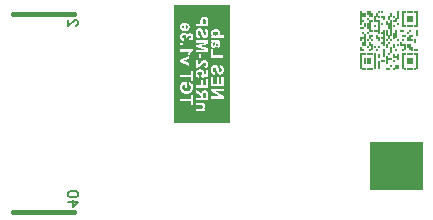
<source format=gbr>
%TF.GenerationSoftware,Altium Limited,Altium Designer,25.2.1 (25)*%
G04 Layer_Color=32896*
%FSLAX45Y45*%
%MOMM*%
%TF.SameCoordinates,B7DAEB1B-2A83-4E2F-BFC4-A44EEF3E448A*%
%TF.FilePolarity,Positive*%
%TF.FileFunction,Legend,Bot*%
%TF.Part,CustomerPanel*%
G01*
G75*
%TA.AperFunction,NonConductor*%
%ADD43C,0.15000*%
%ADD45C,0.45000*%
%ADD46R,0.14996X0.20000*%
%ADD47R,0.15001X0.40000*%
%ADD48R,0.15001X0.20000*%
%ADD49R,0.15001X0.80000*%
%ADD50R,0.15001X0.60000*%
%ADD51R,0.15001X1.40000*%
%ADD52R,0.14996X0.60000*%
%ADD53R,0.14996X1.40000*%
%ADD54R,0.15001X1.20000*%
%ADD55R,0.15001X1.00000*%
%ADD56R,0.14996X0.60005*%
%ADD57R,0.15001X0.60005*%
G36*
X4484999Y2123818D02*
Y1997265D01*
X4034999D01*
Y2123818D01*
Y2249996D01*
X4484999D01*
Y2123818D01*
D02*
G37*
G36*
Y1849996D02*
X4034999D01*
Y1997265D01*
X4484999D01*
Y1849996D01*
D02*
G37*
G36*
X2849999Y2414997D02*
X2690612D01*
Y2819518D01*
X2799730D01*
X2690612D01*
Y2414997D01*
X2560402D01*
Y3131290D01*
X2560402D01*
Y2414996D01*
X2379999D01*
Y3414996D01*
X2560402D01*
Y3217015D01*
X2592025D01*
X2591415Y3216939D01*
X2590577Y3216863D01*
X2589662Y3216710D01*
X2588596Y3216558D01*
X2587453Y3216406D01*
X2586157Y3216101D01*
X2584786Y3215796D01*
X2583414Y3215339D01*
X2581966Y3214882D01*
X2580442Y3214272D01*
X2578918Y3213586D01*
X2577470Y3212824D01*
X2575946Y3211910D01*
X2575870Y3211834D01*
X2575642Y3211681D01*
X2575184Y3211376D01*
X2574651Y3210995D01*
X2574041Y3210462D01*
X2573279Y3209852D01*
X2572441Y3209090D01*
X2571527Y3208252D01*
X2570612Y3207262D01*
X2569622Y3206195D01*
X2568631Y3205052D01*
X2567717Y3203756D01*
X2566726Y3202385D01*
X2565812Y3200937D01*
X2564974Y3199337D01*
X2564212Y3197660D01*
X2564135Y3197584D01*
X2564059Y3197279D01*
X2563831Y3196746D01*
X2563602Y3195984D01*
X2563297Y3195146D01*
X2562992Y3194079D01*
X2562688Y3192784D01*
X2562307Y3191412D01*
X2561926Y3189812D01*
X2561621Y3188059D01*
X2561316Y3186154D01*
X2561011Y3184173D01*
X2560783Y3182039D01*
X2560554Y3179753D01*
X2560478Y3177315D01*
X2560402Y3174801D01*
Y3173429D01*
X2560478Y3172895D01*
Y3172210D01*
X2560554Y3171524D01*
X2560706Y3169847D01*
X2560859Y3167866D01*
X2561164Y3165733D01*
X2561545Y3163447D01*
X2562078Y3161008D01*
X2562688Y3158494D01*
X2563373Y3155903D01*
X2564288Y3153388D01*
X2565355Y3150874D01*
X2566574Y3148435D01*
X2568022Y3146149D01*
X2569622Y3144016D01*
X2569698Y3143863D01*
X2570079Y3143558D01*
X2570612Y3143025D01*
X2571374Y3142339D01*
X2572289Y3141501D01*
X2573508Y3140510D01*
X2574880Y3139520D01*
X2576480Y3138453D01*
X2578232Y3137310D01*
X2580290Y3136243D01*
X2582500Y3135176D01*
X2584862Y3134186D01*
X2587529Y3133195D01*
X2590348Y3132433D01*
X2593396Y3131747D01*
X2596597Y3131290D01*
D01*
X2598578Y3152017D01*
X2598425D01*
X2598121Y3152093D01*
X2597587Y3152245D01*
X2596901Y3152398D01*
X2595987Y3152626D01*
X2594996Y3152931D01*
X2593930Y3153236D01*
X2592787Y3153617D01*
X2590272Y3154684D01*
X2588977Y3155293D01*
X2587681Y3155979D01*
X2586462Y3156741D01*
X2585319Y3157579D01*
X2584252Y3158570D01*
X2583262Y3159560D01*
X2583185Y3159637D01*
X2583033Y3159865D01*
X2582804Y3160170D01*
X2582500Y3160627D01*
X2582119Y3161161D01*
X2581738Y3161923D01*
X2581280Y3162685D01*
X2580823Y3163675D01*
X2580366Y3164666D01*
X2579909Y3165885D01*
X2579528Y3167104D01*
X2579147Y3168476D01*
X2578842Y3170000D01*
X2578613Y3171600D01*
X2578461Y3173276D01*
X2578385Y3175029D01*
Y3176020D01*
X2578461Y3176705D01*
X2578537Y3177544D01*
X2578613Y3178534D01*
X2578766Y3179677D01*
X2578918Y3180820D01*
X2579452Y3183335D01*
X2579833Y3184630D01*
X2580214Y3185926D01*
X2580747Y3187145D01*
X2581280Y3188364D01*
X2581966Y3189507D01*
X2582728Y3190498D01*
X2582804Y3190574D01*
X2582957Y3190726D01*
X2583185Y3190955D01*
X2583490Y3191336D01*
X2583947Y3191717D01*
X2584405Y3192174D01*
X2585014Y3192631D01*
X2585624Y3193165D01*
X2587148Y3194079D01*
X2588824Y3194917D01*
X2589815Y3195298D01*
X2590729Y3195527D01*
X2591796Y3195679D01*
X2592863Y3195755D01*
X2592939D01*
X2593015D01*
X2593472D01*
X2594158Y3195679D01*
X2595073Y3195451D01*
X2596063Y3195222D01*
X2597130Y3194841D01*
X2598197Y3194308D01*
X2599187Y3193546D01*
X2599340Y3193469D01*
X2599645Y3193088D01*
X2600102Y3192555D01*
X2600788Y3191793D01*
X2601473Y3190726D01*
X2602312Y3189355D01*
X2603074Y3187754D01*
X2603455Y3186840D01*
X2603836Y3185849D01*
Y3185773D01*
X2603912Y3185697D01*
X2603988Y3185392D01*
X2604064Y3185087D01*
X2604217Y3184554D01*
X2604445Y3183944D01*
X2604674Y3183182D01*
X2604902Y3182344D01*
X2605207Y3181277D01*
X2605512Y3180058D01*
X2605893Y3178687D01*
X2606350Y3177086D01*
X2606807Y3175334D01*
X2607265Y3173353D01*
X2607798Y3171143D01*
X2608408Y3168781D01*
Y3168704D01*
X2608484Y3168552D01*
Y3168323D01*
X2608636Y3168019D01*
X2608712Y3167638D01*
X2608865Y3167180D01*
X2609170Y3166037D01*
X2609551Y3164590D01*
X2610084Y3162989D01*
X2610694Y3161237D01*
X2611303Y3159408D01*
X2612065Y3157427D01*
X2612827Y3155446D01*
X2613665Y3153388D01*
X2614580Y3151483D01*
X2615570Y3149578D01*
X2616637Y3147826D01*
X2617704Y3146225D01*
X2618847Y3144778D01*
X2618923Y3144701D01*
X2619228Y3144397D01*
X2619761Y3143863D01*
X2620371Y3143254D01*
X2621209Y3142568D01*
X2622276Y3141730D01*
X2623419Y3140815D01*
X2624791Y3139977D01*
X2626238Y3139063D01*
X2627839Y3138148D01*
X2629591Y3137310D01*
X2631420Y3136624D01*
X2633401Y3136015D01*
X2635535Y3135481D01*
X2637745Y3135176D01*
X2640031Y3135100D01*
X2640107D01*
X2640412D01*
X2640793D01*
X2641402Y3135176D01*
X2642088Y3135253D01*
X2642926Y3135329D01*
X2643917Y3135481D01*
X2644984Y3135634D01*
X2646050Y3135938D01*
X2647270Y3136167D01*
X2648489Y3136548D01*
X2649784Y3137005D01*
X2651156Y3137539D01*
X2652451Y3138148D01*
X2653823Y3138834D01*
X2655118Y3139596D01*
X2655194Y3139672D01*
X2655423Y3139825D01*
X2655804Y3140053D01*
X2656261Y3140434D01*
X2656871Y3140891D01*
X2657557Y3141501D01*
X2658242Y3142187D01*
X2659081Y3142949D01*
X2659919Y3143863D01*
X2660833Y3144854D01*
X2661671Y3145921D01*
X2662586Y3147064D01*
X2663424Y3148359D01*
X2664262Y3149731D01*
X2665100Y3151178D01*
X2665786Y3152779D01*
X2665862Y3152855D01*
X2665939Y3153160D01*
X2666167Y3153693D01*
X2666396Y3154303D01*
X2666624Y3155141D01*
X2667005Y3156131D01*
X2667310Y3157274D01*
X2667691Y3158570D01*
X2667996Y3160018D01*
X2668377Y3161618D01*
X2668682Y3163294D01*
X2668910Y3165123D01*
X2669215Y3167104D01*
X2669368Y3169162D01*
X2669444Y3171295D01*
X2669520Y3173505D01*
Y3174877D01*
X2669444Y3175410D01*
Y3176020D01*
X2669368Y3176782D01*
X2669291Y3178458D01*
X2669063Y3180363D01*
X2668758Y3182420D01*
X2668453Y3184706D01*
X2667996Y3187069D01*
X2667386Y3189507D01*
X2666701Y3192022D01*
X2665862Y3194536D01*
X2664796Y3196898D01*
X2663653Y3199261D01*
X2662281Y3201394D01*
X2660757Y3203375D01*
X2660681Y3203528D01*
X2660376Y3203833D01*
X2659843Y3204290D01*
X2659157Y3204976D01*
X2658319Y3205738D01*
X2657252Y3206576D01*
X2656033Y3207490D01*
X2654585Y3208481D01*
X2653061Y3209471D01*
X2651308Y3210386D01*
X2649403Y3211300D01*
X2647346Y3212062D01*
X2645136Y3212824D01*
X2642774Y3213358D01*
X2640259Y3213739D01*
X2637592Y3213967D01*
X2636678Y3192707D01*
X2636754D01*
X2637059Y3192631D01*
X2637440Y3192555D01*
X2637973Y3192403D01*
X2638659Y3192250D01*
X2639421Y3192022D01*
X2640259Y3191793D01*
X2641174Y3191488D01*
X2643079Y3190650D01*
X2644984Y3189659D01*
X2646812Y3188364D01*
X2647651Y3187678D01*
X2648336Y3186840D01*
X2648413Y3186764D01*
X2648489Y3186611D01*
X2648641Y3186383D01*
X2648870Y3186002D01*
X2649175Y3185545D01*
X2649479Y3184935D01*
X2649784Y3184249D01*
X2650165Y3183487D01*
X2650470Y3182573D01*
X2650775Y3181582D01*
X2651080Y3180439D01*
X2651384Y3179220D01*
X2651613Y3177925D01*
X2651765Y3176553D01*
X2651918Y3174953D01*
Y3172438D01*
X2651842Y3171829D01*
X2651765Y3171067D01*
X2651689Y3170152D01*
X2651613Y3169162D01*
X2651461Y3168019D01*
X2651003Y3165733D01*
X2650318Y3163294D01*
X2649860Y3162075D01*
X2649327Y3160932D01*
X2648717Y3159865D01*
X2648032Y3158798D01*
X2647955Y3158646D01*
X2647574Y3158265D01*
X2647041Y3157732D01*
X2646279Y3157122D01*
X2645365Y3156512D01*
X2644298Y3155979D01*
X2643002Y3155598D01*
X2642317Y3155522D01*
X2641555Y3155446D01*
X2641478D01*
X2641402D01*
X2640945Y3155522D01*
X2640259Y3155598D01*
X2639345Y3155827D01*
X2638354Y3156208D01*
X2637287Y3156741D01*
X2636221Y3157503D01*
X2635154Y3158570D01*
Y3158646D01*
X2635001Y3158798D01*
X2634849Y3159027D01*
X2634544Y3159484D01*
X2634239Y3160018D01*
X2633858Y3160703D01*
X2633477Y3161542D01*
X2633020Y3162532D01*
X2632487Y3163751D01*
X2631953Y3165123D01*
X2631344Y3166723D01*
X2630734Y3168552D01*
X2630048Y3170609D01*
X2629439Y3172819D01*
X2628753Y3175410D01*
X2628067Y3178153D01*
Y3178229D01*
X2627991Y3178306D01*
Y3178534D01*
X2627915Y3178839D01*
X2627686Y3179601D01*
X2627458Y3180668D01*
X2627077Y3181963D01*
X2626696Y3183487D01*
X2626238Y3185087D01*
X2625781Y3186840D01*
X2625172Y3188669D01*
X2624638Y3190574D01*
X2623343Y3194384D01*
X2622657Y3196213D01*
X2621895Y3197965D01*
X2621209Y3199642D01*
X2620447Y3201089D01*
X2620371Y3201166D01*
X2620295Y3201394D01*
X2620066Y3201775D01*
X2619761Y3202309D01*
X2619304Y3202918D01*
X2618847Y3203680D01*
X2618314Y3204442D01*
X2617628Y3205357D01*
X2616942Y3206271D01*
X2616104Y3207185D01*
X2615266Y3208176D01*
X2614275Y3209167D01*
X2612141Y3211072D01*
X2610922Y3211910D01*
X2609703Y3212748D01*
X2609627Y3212824D01*
X2609398Y3212900D01*
X2609017Y3213129D01*
X2608484Y3213434D01*
X2607798Y3213739D01*
X2607036Y3214120D01*
X2606122Y3214501D01*
X2605055Y3214882D01*
X2603912Y3215263D01*
X2602616Y3215644D01*
X2601245Y3216025D01*
X2599797Y3216329D01*
X2598197Y3216634D01*
X2596520Y3216863D01*
X2594768Y3216939D01*
X2592939Y3217015D01*
X2669520D01*
X2560402D01*
Y3414997D01*
X2690612D01*
Y2905243D01*
D01*
Y3414997D01*
X2849999D01*
Y2414997D01*
D02*
G37*
%LPC*%
G36*
X2635306Y3315618D02*
X2562307D01*
X2634392D01*
X2633706Y3315542D01*
X2632868D01*
X2631877Y3315466D01*
X2630810Y3315313D01*
X2629591Y3315161D01*
X2628372Y3315008D01*
X2627000Y3314780D01*
X2624257Y3314094D01*
X2621514Y3313256D01*
X2620219Y3312646D01*
X2618923Y3312037D01*
X2618847Y3311960D01*
X2618618Y3311884D01*
X2618314Y3311656D01*
X2617856Y3311427D01*
X2617323Y3311046D01*
X2616637Y3310665D01*
X2615189Y3309598D01*
X2613513Y3308303D01*
X2611760Y3306779D01*
X2610084Y3305026D01*
X2608560Y3303121D01*
X2608484Y3303045D01*
X2608408Y3302893D01*
X2608179Y3302588D01*
X2607950Y3302207D01*
X2607646Y3301673D01*
X2607265Y3301140D01*
X2606884Y3300454D01*
X2606503Y3299692D01*
X2605664Y3298016D01*
X2604826Y3296187D01*
X2604064Y3294206D01*
X2603531Y3292072D01*
Y3291996D01*
X2603455Y3291691D01*
X2603378Y3291310D01*
X2603302Y3290624D01*
X2603226Y3289862D01*
X2603074Y3288872D01*
X2602921Y3287805D01*
X2602845Y3286433D01*
X2602693Y3284986D01*
X2602540Y3283385D01*
X2602388Y3281557D01*
X2602312Y3279575D01*
X2602235Y3277442D01*
X2602159Y3275156D01*
X2602083Y3272641D01*
Y3256182D01*
X2562307D01*
Y3234922D01*
X2667767D01*
Y3272108D01*
X2667691Y3273708D01*
Y3275461D01*
X2667615Y3277366D01*
X2667539Y3279423D01*
X2667386Y3283690D01*
X2667234Y3285824D01*
X2667082Y3287881D01*
X2666929Y3289786D01*
X2666701Y3291539D01*
X2666472Y3293063D01*
X2666320Y3293672D01*
X2666167Y3294282D01*
Y3294358D01*
X2666015Y3294663D01*
X2665862Y3295196D01*
X2665710Y3295806D01*
X2665405Y3296568D01*
X2665024Y3297482D01*
X2664567Y3298473D01*
X2663957Y3299616D01*
X2663348Y3300759D01*
X2662586Y3301978D01*
X2661748Y3303197D01*
X2660833Y3304493D01*
X2659766Y3305788D01*
X2658547Y3307084D01*
X2657252Y3308303D01*
X2655804Y3309446D01*
X2655728Y3309522D01*
X2655423Y3309751D01*
X2654966Y3310055D01*
X2654356Y3310436D01*
X2653594Y3310894D01*
X2652604Y3311427D01*
X2651537Y3311960D01*
X2650241Y3312570D01*
X2648870Y3313103D01*
X2647346Y3313637D01*
X2645669Y3314170D01*
X2643841Y3314627D01*
X2641859Y3315085D01*
X2639802Y3315389D01*
X2637592Y3315542D01*
X2635306Y3315618D01*
D02*
G37*
G36*
X2464405Y3262468D02*
D01*
Y3211795D01*
X2464329D01*
X2464024D01*
X2463567Y3211872D01*
X2462957D01*
X2462195Y3211948D01*
X2461281Y3212100D01*
X2460366Y3212253D01*
X2459299Y3212481D01*
X2457013Y3213015D01*
X2455870Y3213396D01*
X2454727Y3213853D01*
X2453584Y3214462D01*
X2452441Y3215072D01*
X2451375Y3215758D01*
X2450384Y3216596D01*
X2450308Y3216672D01*
X2450155Y3216825D01*
X2449927Y3217053D01*
X2449622Y3217434D01*
X2449241Y3217891D01*
X2448784Y3218501D01*
X2448403Y3219111D01*
X2447946Y3219873D01*
X2447412Y3220635D01*
X2447031Y3221549D01*
X2446193Y3223530D01*
X2445888Y3224673D01*
X2445660Y3225816D01*
X2445507Y3227035D01*
X2445431Y3228331D01*
Y3228788D01*
X2445507Y3229169D01*
X2445583Y3230007D01*
X2445736Y3231150D01*
X2446041Y3232369D01*
X2446498Y3233741D01*
X2447107Y3235036D01*
X2447946Y3236332D01*
Y3236408D01*
X2448098Y3236484D01*
X2448479Y3236865D01*
X2449089Y3237475D01*
X2450003Y3238161D01*
X2451146Y3238999D01*
X2452594Y3239837D01*
X2454270Y3240599D01*
X2456328Y3241285D01*
X2452975Y3261402D01*
X2452822Y3261325D01*
X2452518Y3261249D01*
X2451908Y3261021D01*
X2451146Y3260640D01*
X2450232Y3260259D01*
X2449165Y3259725D01*
X2447946Y3259116D01*
X2446726Y3258354D01*
X2445355Y3257592D01*
X2443983Y3256677D01*
X2442535Y3255610D01*
X2441164Y3254544D01*
X2439792Y3253324D01*
X2438421Y3252029D01*
X2437201Y3250581D01*
X2436058Y3249057D01*
X2435982Y3248981D01*
X2435830Y3248676D01*
X2435525Y3248219D01*
X2435144Y3247533D01*
X2434763Y3246695D01*
X2434230Y3245781D01*
X2433772Y3244561D01*
X2433239Y3243266D01*
X2432706Y3241818D01*
X2432172Y3240294D01*
X2431639Y3238542D01*
X2431258Y3236713D01*
X2430877Y3234732D01*
X2430572Y3232598D01*
X2430420Y3230388D01*
X2430343Y3228102D01*
Y3227264D01*
X2430420Y3226731D01*
Y3226197D01*
X2430496Y3225588D01*
X2430572Y3224826D01*
X2430724Y3223149D01*
X2431029Y3221320D01*
X2431410Y3219187D01*
X2431944Y3216901D01*
X2432629Y3214539D01*
X2433544Y3212100D01*
X2434534Y3209662D01*
X2435830Y3207223D01*
X2437278Y3204861D01*
X2439030Y3202651D01*
X2441011Y3200518D01*
X2443297Y3198613D01*
X2443450Y3198537D01*
X2443755Y3198308D01*
X2444364Y3197927D01*
X2445202Y3197470D01*
X2446193Y3196860D01*
X2447412Y3196251D01*
X2448860Y3195565D01*
X2450536Y3194879D01*
X2452365Y3194117D01*
X2454346Y3193431D01*
X2456480Y3192822D01*
X2458842Y3192288D01*
X2461281Y3191755D01*
X2463948Y3191374D01*
X2466767Y3191145D01*
X2469663Y3191069D01*
X2430343D01*
D01*
X2510201D01*
D01*
X2470501D01*
X2470958Y3191145D01*
X2471491D01*
X2472101D01*
X2472787Y3191221D01*
X2474387Y3191374D01*
X2476216Y3191602D01*
X2478273Y3191907D01*
X2480483Y3192288D01*
X2482845Y3192822D01*
X2485284Y3193507D01*
X2487722Y3194269D01*
X2490237Y3195260D01*
X2492675Y3196403D01*
X2495037Y3197698D01*
X2497247Y3199222D01*
X2499381Y3200975D01*
X2499533Y3201127D01*
X2499838Y3201432D01*
X2500371Y3201966D01*
X2501057Y3202728D01*
X2501895Y3203718D01*
X2502810Y3204937D01*
X2503800Y3206309D01*
X2504791Y3207833D01*
X2505781Y3209586D01*
X2506772Y3211491D01*
X2507686Y3213548D01*
X2508525Y3215758D01*
X2509210Y3218120D01*
X2509744Y3220635D01*
X2510049Y3223302D01*
X2510201Y3226121D01*
Y3226883D01*
X2510125Y3227264D01*
Y3227721D01*
X2510049Y3228940D01*
X2509896Y3230388D01*
X2509591Y3231988D01*
X2509287Y3233893D01*
X2508829Y3235875D01*
X2508220Y3237932D01*
X2507458Y3240142D01*
X2506543Y3242352D01*
X2505477Y3244638D01*
X2504181Y3246847D01*
X2502657Y3248981D01*
X2500905Y3251038D01*
X2498923Y3252943D01*
X2498771Y3253020D01*
X2498390Y3253401D01*
X2497704Y3253858D01*
X2496790Y3254467D01*
X2495571Y3255229D01*
X2494123Y3256068D01*
X2492370Y3256906D01*
X2490389Y3257820D01*
X2488103Y3258735D01*
X2485512Y3259649D01*
X2482693Y3260411D01*
X2479569Y3261173D01*
X2476216Y3261706D01*
X2472558Y3262164D01*
X2468596Y3262392D01*
X2464405Y3262468D01*
D02*
G37*
G36*
X2430343Y3211072D02*
Y3210995D01*
D01*
Y3211072D01*
D02*
G37*
G36*
X2797978Y3209509D02*
Y3155103D01*
X2759954D01*
X2760106Y3155179D01*
X2760411Y3155560D01*
X2760945Y3156017D01*
X2761630Y3156779D01*
X2762469Y3157617D01*
X2763307Y3158684D01*
X2764297Y3159979D01*
X2765288Y3161351D01*
X2766279Y3162875D01*
X2767269Y3164551D01*
X2768184Y3166380D01*
X2768946Y3168361D01*
X2769631Y3170419D01*
X2770165Y3172552D01*
X2770470Y3174838D01*
X2770622Y3177201D01*
Y3177810D01*
X2770546Y3178572D01*
X2770470Y3179563D01*
X2770317Y3180706D01*
X2770089Y3182154D01*
X2769784Y3183678D01*
X2769327Y3185354D01*
X2768793Y3187183D01*
X2768184Y3189012D01*
X2767345Y3190917D01*
X2766355Y3192898D01*
X2765212Y3194803D01*
X2763840Y3196784D01*
X2762240Y3198613D01*
X2760487Y3200365D01*
X2760335Y3200442D01*
X2760030Y3200746D01*
X2759421Y3201204D01*
X2758582Y3201813D01*
X2757592Y3202499D01*
X2756296Y3203261D01*
X2754772Y3204099D01*
X2753096Y3204937D01*
X2751115Y3205776D01*
X2748981Y3206614D01*
X2746543Y3207376D01*
X2743952Y3208062D01*
X2741133Y3208671D01*
X2738161Y3209128D01*
X2734884Y3209433D01*
X2731455Y3209509D01*
X2797978D01*
X2731455D01*
D01*
X2730160D01*
X2729550Y3209433D01*
X2728941D01*
X2728255Y3209357D01*
X2726578Y3209205D01*
X2724673Y3209052D01*
X2722616Y3208747D01*
X2720330Y3208366D01*
X2717968Y3207833D01*
X2715453Y3207223D01*
X2712939Y3206461D01*
X2710500Y3205547D01*
X2707986Y3204480D01*
X2705623Y3203261D01*
X2703337Y3201813D01*
X2701280Y3200137D01*
X2701128Y3200061D01*
X2700823Y3199680D01*
X2700289Y3199222D01*
X2699604Y3198460D01*
X2698842Y3197546D01*
X2697927Y3196479D01*
X2697013Y3195260D01*
X2696022Y3193812D01*
X2695032Y3192288D01*
X2694117Y3190536D01*
X2693203Y3188631D01*
X2692441Y3186649D01*
X2691755Y3184516D01*
X2691222Y3182306D01*
X2690917Y3179944D01*
X2690764Y3177505D01*
Y3176896D01*
X2690841Y3176362D01*
Y3175829D01*
X2690917Y3175067D01*
X2691069Y3174305D01*
X2691145Y3173467D01*
X2691603Y3171486D01*
X2692136Y3169276D01*
X2692974Y3166914D01*
X2693431Y3165771D01*
X2694041Y3164551D01*
X2694117Y3164475D01*
X2694193Y3164247D01*
X2694422Y3163942D01*
X2694651Y3163485D01*
X2695032Y3162951D01*
X2695413Y3162342D01*
X2695946Y3161580D01*
X2696479Y3160818D01*
X2697851Y3159141D01*
X2699527Y3157312D01*
X2701432Y3155407D01*
X2703718Y3153655D01*
X2692517D01*
Y3134910D01*
X2690764D01*
D01*
X2797978D01*
Y3209509D01*
D02*
G37*
G36*
X2537938Y3180096D02*
D01*
Y3144816D01*
X2537862Y3145578D01*
X2537785Y3146568D01*
X2537633Y3147864D01*
X2537404Y3149311D01*
X2537176Y3150912D01*
X2536719Y3152664D01*
X2536261Y3154569D01*
X2535652Y3156474D01*
X2534814Y3158455D01*
X2533899Y3160437D01*
X2532832Y3162418D01*
X2531537Y3164399D01*
X2530089Y3166228D01*
X2528413Y3167980D01*
X2528337Y3168057D01*
X2528032Y3168285D01*
X2527651Y3168666D01*
X2527041Y3169123D01*
X2526279Y3169733D01*
X2525441Y3170343D01*
X2524450Y3171028D01*
X2523307Y3171714D01*
X2522088Y3172400D01*
X2520717Y3173086D01*
X2519269Y3173695D01*
X2517745Y3174305D01*
X2516145Y3174762D01*
X2514468Y3175143D01*
X2512716Y3175372D01*
X2510887Y3175448D01*
X2510734D01*
X2510277D01*
X2509591Y3175372D01*
X2508601Y3175219D01*
X2507382Y3174991D01*
X2506086Y3174610D01*
X2504562Y3174153D01*
X2502886Y3173543D01*
X2501209Y3172705D01*
X2499381Y3171714D01*
X2497552Y3170495D01*
X2495647Y3169047D01*
X2493818Y3167295D01*
X2492904Y3166304D01*
X2492065Y3165237D01*
X2491151Y3164094D01*
X2490313Y3162875D01*
X2489475Y3161580D01*
X2488713Y3160208D01*
Y3160284D01*
X2488636Y3160589D01*
X2488484Y3161046D01*
X2488332Y3161732D01*
X2488103Y3162494D01*
X2487722Y3163332D01*
X2487341Y3164323D01*
X2486884Y3165390D01*
X2486350Y3166533D01*
X2485741Y3167752D01*
X2485055Y3168971D01*
X2484217Y3170114D01*
X2483379Y3171333D01*
X2482312Y3172476D01*
X2481245Y3173619D01*
X2480026Y3174686D01*
X2479950Y3174762D01*
X2479721Y3174915D01*
X2479340Y3175219D01*
X2478807Y3175524D01*
X2478197Y3175905D01*
X2477359Y3176362D01*
X2476444Y3176896D01*
X2475454Y3177429D01*
X2474311Y3177886D01*
X2473092Y3178420D01*
X2471720Y3178877D01*
X2470272Y3179258D01*
X2468748Y3179563D01*
X2467148Y3179868D01*
X2465472Y3180020D01*
X2463719Y3180096D01*
X2463109D01*
X2462347Y3180020D01*
X2461357Y3179944D01*
X2460214Y3179791D01*
X2458766Y3179563D01*
X2457242Y3179258D01*
X2455566Y3178801D01*
X2453737Y3178267D01*
X2451832Y3177582D01*
X2449851Y3176743D01*
X2447869Y3175829D01*
X2445812Y3174610D01*
X2443831Y3173238D01*
X2441926Y3171714D01*
X2440021Y3169885D01*
X2439945Y3169733D01*
X2439640Y3169428D01*
X2439106Y3168819D01*
X2438497Y3168057D01*
X2437735Y3167066D01*
X2436973Y3165923D01*
X2436058Y3164475D01*
X2435144Y3162951D01*
X2434230Y3161199D01*
X2433391Y3159294D01*
X2432553Y3157236D01*
X2431791Y3154950D01*
X2431182Y3152588D01*
X2430724Y3150073D01*
X2430343Y3147406D01*
X2430267Y3144663D01*
Y3144054D01*
X2430343Y3143292D01*
X2430420Y3142301D01*
X2430496Y3141082D01*
X2430724Y3139634D01*
X2430953Y3138110D01*
X2431334Y3136357D01*
X2431715Y3134529D01*
X2432248Y3132624D01*
X2432934Y3130642D01*
X2433772Y3128661D01*
X2434687Y3126680D01*
X2435754Y3124699D01*
X2437049Y3122794D01*
X2438497Y3120965D01*
X2438573Y3120889D01*
X2438878Y3120584D01*
X2439335Y3120051D01*
X2440021Y3119441D01*
X2440783Y3118755D01*
X2441773Y3117917D01*
X2442993Y3117003D01*
X2444288Y3116088D01*
X2445736Y3115098D01*
X2447336Y3114183D01*
X2449165Y3113269D01*
X2451070Y3112354D01*
X2453051Y3111592D01*
X2455261Y3110983D01*
X2457547Y3110449D01*
X2459985Y3110068D01*
X2462424Y3129652D01*
X2462347D01*
X2462119Y3129728D01*
X2461738D01*
X2461204Y3129880D01*
X2460519Y3129957D01*
X2459833Y3130185D01*
X2458995Y3130338D01*
X2458156Y3130642D01*
X2456328Y3131252D01*
X2454423Y3132166D01*
X2452518Y3133233D01*
X2451679Y3133919D01*
X2450917Y3134605D01*
X2450841Y3134681D01*
X2450765Y3134833D01*
X2450536Y3135062D01*
X2450308Y3135367D01*
X2450003Y3135748D01*
X2449698Y3136205D01*
X2449012Y3137424D01*
X2448250Y3138872D01*
X2447641Y3140548D01*
X2447184Y3142453D01*
X2447107Y3143444D01*
X2447031Y3144511D01*
Y3145120D01*
X2447107Y3145578D01*
X2447184Y3146111D01*
X2447260Y3146721D01*
X2447641Y3148168D01*
X2448174Y3149845D01*
X2448555Y3150683D01*
X2449012Y3151597D01*
X2449546Y3152512D01*
X2450232Y3153350D01*
X2450917Y3154188D01*
X2451756Y3155026D01*
X2451832Y3155103D01*
X2451984Y3155179D01*
X2452213Y3155407D01*
X2452594Y3155712D01*
X2453127Y3156017D01*
X2453661Y3156398D01*
X2454346Y3156779D01*
X2455108Y3157236D01*
X2456023Y3157617D01*
X2456937Y3157998D01*
X2458004Y3158379D01*
X2459147Y3158684D01*
X2460366Y3158989D01*
X2461662Y3159217D01*
X2463109Y3159294D01*
X2464557Y3159370D01*
X2464633D01*
X2464862D01*
X2465319D01*
X2465853Y3159294D01*
X2466462Y3159217D01*
X2467224Y3159141D01*
X2468062Y3159065D01*
X2468901Y3158836D01*
X2470882Y3158379D01*
X2472863Y3157617D01*
X2473854Y3157160D01*
X2474844Y3156627D01*
X2475835Y3156017D01*
X2476673Y3155255D01*
X2476749Y3155179D01*
X2476902Y3155103D01*
X2477054Y3154874D01*
X2477359Y3154493D01*
X2477740Y3154112D01*
X2478121Y3153655D01*
X2478959Y3152436D01*
X2479721Y3150988D01*
X2480483Y3149311D01*
X2480788Y3148397D01*
X2480940Y3147406D01*
X2481093Y3146340D01*
X2481169Y3145273D01*
Y3144587D01*
X2481093Y3144206D01*
Y3143749D01*
X2481016Y3142682D01*
X2480788Y3141310D01*
X2480559Y3139710D01*
X2480178Y3137958D01*
X2479645Y3136053D01*
X2496104Y3138262D01*
Y3139634D01*
X2496180Y3140320D01*
X2496256Y3141082D01*
X2496333Y3141996D01*
X2496485Y3142911D01*
X2496866Y3144968D01*
X2497476Y3147025D01*
X2497933Y3148092D01*
X2498390Y3149083D01*
X2498923Y3149997D01*
X2499609Y3150835D01*
X2499685Y3150912D01*
X2499762Y3150988D01*
X2499990Y3151216D01*
X2500295Y3151521D01*
X2500676Y3151826D01*
X2501133Y3152207D01*
X2501667Y3152588D01*
X2502276Y3153045D01*
X2503724Y3153807D01*
X2505477Y3154493D01*
X2506391Y3154798D01*
X2507458Y3155026D01*
X2508525Y3155103D01*
X2509668Y3155179D01*
X2509744D01*
X2509896D01*
X2510201D01*
X2510582Y3155103D01*
X2511039D01*
X2511496Y3155026D01*
X2512716Y3154798D01*
X2514087Y3154417D01*
X2515459Y3153807D01*
X2516830Y3153045D01*
X2518126Y3151978D01*
X2518278Y3151826D01*
X2518659Y3151369D01*
X2519116Y3150683D01*
X2519726Y3149692D01*
X2520336Y3148473D01*
X2520793Y3147025D01*
X2521174Y3145425D01*
X2521326Y3143520D01*
Y3142987D01*
X2521250Y3142682D01*
Y3142225D01*
X2521174Y3141691D01*
X2520869Y3140472D01*
X2520412Y3139101D01*
X2519802Y3137577D01*
X2518888Y3136053D01*
X2518278Y3135291D01*
X2517669Y3134605D01*
X2517592Y3134529D01*
X2517516Y3134452D01*
X2517288Y3134300D01*
X2516983Y3133995D01*
X2516602Y3133767D01*
X2516145Y3133386D01*
X2515611Y3133081D01*
X2515002Y3132700D01*
X2514316Y3132319D01*
X2513554Y3131938D01*
X2512716Y3131557D01*
X2511725Y3131176D01*
X2510734Y3130871D01*
X2509668Y3130566D01*
X2508448Y3130338D01*
X2507229Y3130185D01*
X2510353Y3111592D01*
X2510430D01*
X2510811Y3111669D01*
X2511268Y3111821D01*
X2511954Y3111973D01*
X2512792Y3112126D01*
X2513706Y3112431D01*
X2514773Y3112659D01*
X2515840Y3113040D01*
X2518278Y3113878D01*
X2520869Y3114869D01*
X2523384Y3116012D01*
X2524527Y3116698D01*
X2525670Y3117384D01*
X2525746Y3117460D01*
X2525898Y3117536D01*
X2526203Y3117765D01*
X2526584Y3118146D01*
X2527117Y3118527D01*
X2527651Y3118984D01*
X2528260Y3119593D01*
X2528946Y3120279D01*
X2529632Y3120965D01*
X2530394Y3121803D01*
X2531156Y3122718D01*
X2531842Y3123708D01*
X2532604Y3124775D01*
X2533366Y3125842D01*
X2534661Y3128356D01*
X2534737Y3128433D01*
X2534814Y3128661D01*
X2534966Y3129042D01*
X2535195Y3129576D01*
X2535423Y3130261D01*
X2535728Y3131023D01*
X2536033Y3131938D01*
X2536338Y3132928D01*
X2536642Y3134071D01*
X2536871Y3135291D01*
X2537176Y3136586D01*
X2537404Y3137958D01*
X2537785Y3140929D01*
X2537938Y3142530D01*
Y3110068D01*
X2430267D01*
X2537938D01*
Y3180096D01*
D02*
G37*
G36*
X2452289Y3094371D02*
X2432096D01*
Y3074178D01*
X2452289D01*
Y3094371D01*
D02*
G37*
G36*
X2692517Y3120279D02*
D01*
Y3100315D01*
X2692593D01*
X2692898Y3100162D01*
X2693355Y3100010D01*
X2694041Y3099781D01*
X2694879Y3099477D01*
X2695870Y3099096D01*
X2697089Y3098715D01*
X2698461Y3098334D01*
X2698537D01*
X2698765Y3098257D01*
X2699070Y3098181D01*
X2699451Y3098029D01*
X2700213Y3097800D01*
X2700518Y3097724D01*
X2700823Y3097648D01*
X2700747Y3097572D01*
X2700594Y3097419D01*
X2700366Y3097114D01*
X2699985Y3096733D01*
X2699604Y3096276D01*
X2699070Y3095667D01*
X2698537Y3095057D01*
X2698003Y3094295D01*
X2696784Y3092695D01*
X2695489Y3090790D01*
X2694346Y3088732D01*
X2693279Y3086523D01*
Y3086446D01*
X2693203Y3086294D01*
X2693050Y3085913D01*
X2692898Y3085532D01*
X2692669Y3084922D01*
X2692517Y3084313D01*
X2692288Y3083551D01*
X2692060Y3082789D01*
X2691755Y3081874D01*
X2691526Y3080884D01*
X2691145Y3078750D01*
X2690841Y3076388D01*
X2690764Y3073950D01*
Y3048575D01*
X2770622D01*
D01*
X2713929D01*
X2714386Y3048651D01*
X2714996D01*
X2715606Y3048727D01*
X2716368Y3048804D01*
X2717206Y3048956D01*
X2718958Y3049337D01*
X2720940Y3049870D01*
X2722921Y3050632D01*
X2724826Y3051623D01*
X2724902Y3051699D01*
X2725054Y3051775D01*
X2725283Y3051928D01*
X2725664Y3052233D01*
X2726578Y3052918D01*
X2727721Y3053909D01*
X2728941Y3055128D01*
X2730236Y3056576D01*
X2731531Y3058329D01*
X2732598Y3060310D01*
Y3060386D01*
X2732751Y3060538D01*
X2732903Y3060919D01*
X2733055Y3061377D01*
X2733284Y3061910D01*
X2733589Y3062596D01*
X2733894Y3063434D01*
X2734198Y3064425D01*
X2734579Y3065491D01*
X2734960Y3066711D01*
X2735341Y3068006D01*
X2735722Y3069454D01*
X2736180Y3070978D01*
X2736561Y3072654D01*
X2736942Y3074483D01*
X2737323Y3076388D01*
Y3076540D01*
X2737475Y3076998D01*
X2737551Y3077760D01*
X2737780Y3078674D01*
X2738008Y3079817D01*
X2738313Y3081189D01*
X2738618Y3082636D01*
X2738923Y3084160D01*
X2739761Y3087437D01*
X2740599Y3090637D01*
X2740980Y3092161D01*
X2741437Y3093609D01*
X2741895Y3094905D01*
X2742352Y3096048D01*
X2744333D01*
X2744409D01*
X2744562D01*
X2744866D01*
X2745247Y3095971D01*
X2745781D01*
X2746314Y3095895D01*
X2747533Y3095667D01*
X2748905Y3095362D01*
X2750277Y3094828D01*
X2751572Y3094143D01*
X2752105Y3093685D01*
X2752639Y3093152D01*
X2752715Y3093000D01*
X2752867Y3092847D01*
X2753020Y3092542D01*
X2753248Y3092238D01*
X2753401Y3091780D01*
X2753629Y3091323D01*
X2753934Y3090714D01*
X2754163Y3090028D01*
X2754391Y3089190D01*
X2754544Y3088351D01*
X2754772Y3087361D01*
X2754925Y3086218D01*
X2755077Y3084999D01*
X2755153Y3083703D01*
Y3081341D01*
X2755077Y3080884D01*
Y3080350D01*
X2754925Y3079207D01*
X2754620Y3077836D01*
X2754239Y3076388D01*
X2753706Y3075016D01*
X2753020Y3073797D01*
X2752944Y3073645D01*
X2752639Y3073340D01*
X2752029Y3072730D01*
X2751267Y3072121D01*
X2750277Y3071359D01*
X2748981Y3070521D01*
X2747381Y3069759D01*
X2745552Y3068997D01*
X2748829Y3050632D01*
X2748981Y3050709D01*
X2749286Y3050785D01*
X2749896Y3050937D01*
X2750658Y3051242D01*
X2751572Y3051547D01*
X2752639Y3052004D01*
X2753782Y3052537D01*
X2755001Y3053071D01*
X2756373Y3053757D01*
X2757668Y3054595D01*
X2759040Y3055433D01*
X2760411Y3056424D01*
X2761707Y3057414D01*
X2763002Y3058633D01*
X2764145Y3059853D01*
X2765212Y3061224D01*
X2765288Y3061300D01*
X2765440Y3061605D01*
X2765745Y3062062D01*
X2766050Y3062672D01*
X2766431Y3063434D01*
X2766888Y3064425D01*
X2767422Y3065568D01*
X2767955Y3066939D01*
X2768412Y3068387D01*
X2768946Y3070063D01*
X2769403Y3071968D01*
X2769784Y3073950D01*
X2770089Y3076159D01*
X2770393Y3078522D01*
X2770546Y3081036D01*
X2770622Y3083779D01*
Y3085075D01*
X2770546Y3085989D01*
Y3087132D01*
X2770470Y3088428D01*
X2770393Y3089875D01*
X2770241Y3091399D01*
X2770089Y3093000D01*
X2769860Y3094676D01*
X2769250Y3098029D01*
X2768946Y3099629D01*
X2768488Y3101229D01*
X2767955Y3102677D01*
X2767422Y3103972D01*
Y3104049D01*
X2767269Y3104277D01*
X2767117Y3104582D01*
X2766812Y3105039D01*
X2766507Y3105573D01*
X2766126Y3106182D01*
X2765212Y3107630D01*
X2763993Y3109154D01*
X2762621Y3110678D01*
X2761021Y3112126D01*
X2760183Y3112735D01*
X2759268Y3113269D01*
X2759192D01*
X2759040Y3113421D01*
X2758735Y3113497D01*
X2758278Y3113726D01*
X2757744Y3113878D01*
X2756982Y3114107D01*
X2756144Y3114412D01*
X2755153Y3114640D01*
X2754010Y3114869D01*
X2752639Y3115174D01*
X2751191Y3115402D01*
X2749515Y3115555D01*
X2747686Y3115783D01*
X2745705Y3115860D01*
X2743495Y3116012D01*
X2741133D01*
X2717587Y3115707D01*
X2717511D01*
X2717130D01*
X2716596D01*
X2715910D01*
X2715072D01*
X2714158Y3115783D01*
X2713091D01*
X2711948Y3115860D01*
X2709510Y3115936D01*
X2707071Y3116088D01*
X2705852Y3116164D01*
X2704709Y3116317D01*
X2703718Y3116469D01*
X2702728Y3116622D01*
X2702652D01*
X2702499Y3116698D01*
X2702271D01*
X2701890Y3116850D01*
X2701432Y3116926D01*
X2700899Y3117079D01*
X2699680Y3117460D01*
X2698156Y3117917D01*
X2696403Y3118603D01*
X2694498Y3119365D01*
X2692517Y3120279D01*
D02*
G37*
G36*
X2537938Y3039660D02*
X2432096D01*
Y3019467D01*
X2508220D01*
X2508067Y3019314D01*
X2507763Y3018933D01*
X2507229Y3018324D01*
X2506543Y3017485D01*
X2505705Y3016419D01*
X2504715Y3015123D01*
X2503572Y3013675D01*
X2502429Y3011999D01*
X2501209Y3010170D01*
X2499914Y3008189D01*
X2498619Y3006055D01*
X2497399Y3003769D01*
X2496180Y3001331D01*
X2494961Y2998740D01*
X2493894Y2996073D01*
X2492904Y2993330D01*
X2432096D01*
X2537938D01*
Y3013714D01*
Y2993330D01*
X2511268D01*
Y2993406D01*
X2511420Y2993711D01*
X2511573Y2994092D01*
X2511801Y2994702D01*
X2512106Y2995464D01*
X2512411Y2996302D01*
X2512868Y2997292D01*
X2513401Y2998435D01*
X2514087Y2999655D01*
X2514773Y3000950D01*
X2515535Y3002398D01*
X2516449Y3003846D01*
X2517440Y3005446D01*
X2518507Y3007046D01*
X2519726Y3008722D01*
X2521021Y3010475D01*
X2521098Y3010551D01*
X2521326Y3010856D01*
X2521783Y3011389D01*
X2522317Y3011999D01*
X2523003Y3012761D01*
X2523841Y3013599D01*
X2524755Y3014514D01*
X2525822Y3015580D01*
X2527041Y3016571D01*
X2528337Y3017638D01*
X2529708Y3018705D01*
X2531232Y3019771D01*
X2532756Y3020762D01*
X2534433Y3021676D01*
X2536185Y3022515D01*
X2537938Y3023200D01*
Y3014514D01*
D01*
Y3039660D01*
D02*
G37*
G36*
X2667767Y3115441D02*
X2562307D01*
Y3095705D01*
X2645288Y3095629D01*
X2562307Y3074750D01*
Y3054252D01*
X2645288Y3033449D01*
X2562307D01*
Y3013714D01*
X2667767D01*
Y3045565D01*
X2595758Y3064615D01*
X2667767Y3083437D01*
Y3115441D01*
D02*
G37*
G36*
X2797063Y3038821D02*
Y2985862D01*
X2710348D01*
Y3038821D01*
X2692517D01*
Y2964603D01*
X2797063D01*
Y3038821D01*
D02*
G37*
G36*
X2610617Y3002207D02*
X2590424D01*
Y2962507D01*
X2610617D01*
Y3002207D01*
D02*
G37*
G36*
X2508525Y2979919D02*
D01*
X2432096Y2949591D01*
Y2931379D01*
X2508525Y2900595D01*
X2432096D01*
D01*
X2508525D01*
Y2979919D01*
D02*
G37*
G36*
X2638735Y2946810D02*
X2562307D01*
Y2875944D01*
X2668148D01*
Y2915644D01*
Y2913968D01*
X2668072Y2914806D01*
X2667996Y2915873D01*
X2667920Y2917168D01*
X2667691Y2918692D01*
X2667463Y2920369D01*
X2667082Y2922197D01*
X2666624Y2924102D01*
X2666091Y2926160D01*
X2665405Y2928217D01*
X2664567Y2930198D01*
X2663576Y2932256D01*
X2662510Y2934237D01*
X2661214Y2936066D01*
X2659690Y2937818D01*
X2659614Y2937895D01*
X2659309Y2938199D01*
X2658852Y2938657D01*
X2658166Y2939190D01*
X2657328Y2939876D01*
X2656414Y2940638D01*
X2655194Y2941476D01*
X2653899Y2942314D01*
X2652451Y2943152D01*
X2650927Y2943991D01*
X2649175Y2944753D01*
X2647346Y2945438D01*
X2645365Y2945972D01*
X2643231Y2946429D01*
X2641021Y2946734D01*
X2638735Y2946810D01*
D02*
G37*
G36*
X2723149Y2905243D02*
X2699756D01*
X2722235D01*
X2721625Y2905167D01*
X2720787Y2905090D01*
X2719873Y2904938D01*
X2718806Y2904786D01*
X2717663Y2904633D01*
X2716368Y2904328D01*
X2714996Y2904024D01*
X2713624Y2903566D01*
X2712177Y2903109D01*
X2710653Y2902500D01*
X2709129Y2901814D01*
X2707681Y2901052D01*
X2706157Y2900137D01*
X2706081Y2900061D01*
X2705852Y2899909D01*
X2705395Y2899604D01*
X2704861Y2899223D01*
X2704252Y2898690D01*
X2703490Y2898080D01*
X2702652Y2897318D01*
X2701737Y2896480D01*
X2700823Y2895489D01*
X2699832Y2894422D01*
X2698842Y2893279D01*
X2697927Y2891984D01*
X2696937Y2890612D01*
X2696022Y2889165D01*
X2695184Y2887564D01*
X2694422Y2885888D01*
X2694346Y2885812D01*
X2694270Y2885507D01*
X2694041Y2884974D01*
X2693812Y2884212D01*
X2693508Y2883373D01*
X2693203Y2882307D01*
X2692898Y2881011D01*
X2692517Y2879640D01*
X2692136Y2878039D01*
X2691831Y2876287D01*
X2691526Y2874382D01*
X2691222Y2872401D01*
X2690993Y2870267D01*
X2690764Y2867981D01*
X2690688Y2865543D01*
X2690612Y2863037D01*
Y2861655D01*
X2690688Y2861123D01*
Y2860437D01*
X2690764Y2859751D01*
X2690917Y2858075D01*
X2691069Y2856094D01*
X2691374Y2853960D01*
X2691755Y2851674D01*
X2692288Y2849236D01*
X2692898Y2846721D01*
X2693584Y2844130D01*
X2694498Y2841616D01*
X2695565Y2839101D01*
X2696784Y2836663D01*
X2698232Y2834377D01*
X2699832Y2832243D01*
X2699908Y2832091D01*
X2700289Y2831786D01*
X2700823Y2831253D01*
X2701585Y2830567D01*
X2702499Y2829729D01*
X2703718Y2828738D01*
X2705090Y2827747D01*
X2706690Y2826681D01*
X2708443Y2825538D01*
X2710500Y2824471D01*
X2712710Y2823404D01*
X2715072Y2822413D01*
X2717739Y2821423D01*
X2720559Y2820661D01*
X2723607Y2819975D01*
X2726807Y2819518D01*
X2728788Y2840244D01*
X2728636D01*
X2728331Y2840320D01*
X2727798Y2840473D01*
X2727112Y2840625D01*
X2726197Y2840854D01*
X2725207Y2841159D01*
X2724140Y2841463D01*
X2722997Y2841844D01*
X2720482Y2842911D01*
X2719187Y2843521D01*
X2717892Y2844207D01*
X2716672Y2844969D01*
X2715529Y2845807D01*
X2714463Y2846797D01*
X2713472Y2847788D01*
X2713396Y2847864D01*
X2713243Y2848093D01*
X2713015Y2848398D01*
X2712710Y2848855D01*
X2712329Y2849388D01*
X2711948Y2850150D01*
X2711491Y2850912D01*
X2711034Y2851903D01*
X2710576Y2852893D01*
X2710119Y2854113D01*
X2709738Y2855332D01*
X2709357Y2856703D01*
X2709052Y2858227D01*
X2708824Y2859828D01*
X2708671Y2861504D01*
X2708595Y2863257D01*
Y2864247D01*
X2708671Y2864933D01*
X2708748Y2865771D01*
X2708824Y2866762D01*
X2708976Y2867905D01*
X2709129Y2869048D01*
X2709662Y2871562D01*
X2710043Y2872858D01*
X2710424Y2874153D01*
X2710957Y2875372D01*
X2711491Y2876592D01*
X2712177Y2877735D01*
X2712939Y2878725D01*
X2713015Y2878801D01*
X2713167Y2878954D01*
X2713396Y2879182D01*
X2713701Y2879563D01*
X2714158Y2879944D01*
X2714615Y2880402D01*
X2715225Y2880859D01*
X2715834Y2881392D01*
X2717358Y2882307D01*
X2719035Y2883145D01*
X2720025Y2883526D01*
X2720940Y2883754D01*
X2722006Y2883907D01*
X2723073Y2883983D01*
X2723149D01*
X2723226D01*
X2723683D01*
X2724369Y2883907D01*
X2725283Y2883678D01*
X2726274Y2883450D01*
X2727340Y2883069D01*
X2728407Y2882535D01*
X2729398Y2881773D01*
X2729550Y2881697D01*
X2729855Y2881316D01*
X2730312Y2880783D01*
X2730998Y2880021D01*
X2731684Y2878954D01*
X2732522Y2877582D01*
X2733284Y2875982D01*
X2733665Y2875068D01*
X2734046Y2874077D01*
Y2874001D01*
X2734122Y2873925D01*
X2734198Y2873620D01*
X2734275Y2873315D01*
X2734427Y2872782D01*
X2734656Y2872172D01*
X2734884Y2871410D01*
X2735113Y2870572D01*
X2735418Y2869505D01*
X2735722Y2868286D01*
X2736103Y2866914D01*
X2736561Y2865314D01*
X2737018Y2863561D01*
X2737475Y2861580D01*
X2738008Y2859370D01*
X2738618Y2857008D01*
Y2856932D01*
X2738694Y2856780D01*
Y2856551D01*
X2738847Y2856246D01*
X2738923Y2855865D01*
X2739075Y2855408D01*
X2739380Y2854265D01*
X2739761Y2852817D01*
X2740294Y2851217D01*
X2740904Y2849464D01*
X2741514Y2847636D01*
X2742276Y2845654D01*
X2743038Y2843673D01*
X2743876Y2841616D01*
X2744790Y2839711D01*
X2745781Y2837806D01*
X2746848Y2836053D01*
X2747914Y2834453D01*
X2749057Y2833005D01*
X2749134Y2832929D01*
X2749438Y2832624D01*
X2749972Y2832091D01*
X2750581Y2831481D01*
X2751420Y2830795D01*
X2752486Y2829957D01*
X2753629Y2829043D01*
X2755001Y2828205D01*
X2756449Y2827290D01*
X2758049Y2826376D01*
X2759802Y2825538D01*
X2761630Y2824852D01*
X2763612Y2824242D01*
X2765745Y2823709D01*
X2767955Y2823404D01*
X2770241Y2823328D01*
X2770317D01*
X2770622D01*
X2771003D01*
X2771613Y2823404D01*
X2772298Y2823480D01*
X2773137Y2823556D01*
X2774127Y2823709D01*
X2775194Y2823861D01*
X2776261Y2824166D01*
X2777480Y2824395D01*
X2778699Y2824776D01*
X2779995Y2825233D01*
X2781366Y2825766D01*
X2782662Y2826376D01*
X2784033Y2827062D01*
X2785329Y2827824D01*
X2785405Y2827900D01*
X2785633Y2828052D01*
X2786014Y2828281D01*
X2786472Y2828662D01*
X2787081Y2829119D01*
X2787767Y2829729D01*
X2788453Y2830414D01*
X2789291Y2831176D01*
X2790129Y2832091D01*
X2791044Y2833081D01*
X2791882Y2834148D01*
X2792796Y2835291D01*
X2793634Y2836587D01*
X2794473Y2837958D01*
X2795311Y2839406D01*
X2795997Y2841006D01*
X2796073Y2841082D01*
X2796149Y2841387D01*
X2796378Y2841921D01*
X2796606Y2842530D01*
X2796835Y2843368D01*
X2797216Y2844359D01*
X2797521Y2845502D01*
X2797902Y2846797D01*
X2798206Y2848245D01*
X2798587Y2849845D01*
X2798892Y2851522D01*
X2799121Y2853351D01*
X2799426Y2855332D01*
X2799578Y2857389D01*
X2799654Y2859523D01*
X2799730Y2861733D01*
Y2863104D01*
X2799654Y2863638D01*
Y2864247D01*
X2799578Y2865009D01*
X2799502Y2866686D01*
X2799273Y2868591D01*
X2798968Y2870648D01*
X2798664Y2872934D01*
X2798206Y2875296D01*
X2797597Y2877735D01*
X2796911Y2880249D01*
X2796073Y2882764D01*
X2795006Y2885126D01*
X2793863Y2887488D01*
X2792491Y2889622D01*
X2790967Y2891603D01*
X2790891Y2891755D01*
X2790586Y2892060D01*
X2790053Y2892517D01*
X2789367Y2893203D01*
X2788529Y2893965D01*
X2787462Y2894803D01*
X2786243Y2895718D01*
X2784795Y2896708D01*
X2783271Y2897699D01*
X2781519Y2898613D01*
X2779614Y2899528D01*
X2777556Y2900290D01*
X2775346Y2901052D01*
X2772984Y2901585D01*
X2770470Y2901966D01*
X2767803Y2902195D01*
X2766888Y2880935D01*
X2766964D01*
X2767269Y2880859D01*
X2767650Y2880783D01*
X2768184Y2880630D01*
X2768869Y2880478D01*
X2769631Y2880249D01*
X2770470Y2880021D01*
X2771384Y2879716D01*
X2773289Y2878878D01*
X2775194Y2877887D01*
X2777023Y2876592D01*
X2777861Y2875906D01*
X2778547Y2875068D01*
X2778623Y2874991D01*
X2778699Y2874839D01*
X2778852Y2874610D01*
X2779080Y2874229D01*
X2779385Y2873772D01*
X2779690Y2873163D01*
X2779995Y2872477D01*
X2780376Y2871715D01*
X2780680Y2870800D01*
X2780985Y2869810D01*
X2781290Y2868667D01*
X2781595Y2867448D01*
X2781823Y2866152D01*
X2781976Y2864781D01*
X2782128Y2863180D01*
Y2860666D01*
X2782052Y2860056D01*
X2781976Y2859294D01*
X2781900Y2858380D01*
X2781823Y2857389D01*
X2781671Y2856246D01*
X2781214Y2853960D01*
X2780528Y2851522D01*
X2780071Y2850303D01*
X2779537Y2849160D01*
X2778928Y2848093D01*
X2778242Y2847026D01*
X2778166Y2846874D01*
X2777785Y2846493D01*
X2777251Y2845959D01*
X2776489Y2845350D01*
X2775575Y2844740D01*
X2774508Y2844207D01*
X2773213Y2843826D01*
X2772527Y2843749D01*
X2771765Y2843673D01*
X2771689D01*
X2771613D01*
X2771155Y2843749D01*
X2770470Y2843826D01*
X2769555Y2844054D01*
X2768565Y2844435D01*
X2767498Y2844969D01*
X2766431Y2845731D01*
X2765364Y2846797D01*
Y2846874D01*
X2765212Y2847026D01*
X2765059Y2847255D01*
X2764755Y2847712D01*
X2764450Y2848245D01*
X2764069Y2848931D01*
X2763688Y2849769D01*
X2763231Y2850760D01*
X2762697Y2851979D01*
X2762164Y2853351D01*
X2761554Y2854951D01*
X2760945Y2856780D01*
X2760259Y2858837D01*
X2759649Y2861047D01*
X2758963Y2863638D01*
X2758278Y2866381D01*
Y2866457D01*
X2758201Y2866533D01*
Y2866762D01*
X2758125Y2867067D01*
X2757897Y2867829D01*
X2757668Y2868895D01*
X2757287Y2870191D01*
X2756906Y2871715D01*
X2756449Y2873315D01*
X2755992Y2875068D01*
X2755382Y2876896D01*
X2754849Y2878801D01*
X2753553Y2882611D01*
X2752867Y2884440D01*
X2752105Y2886193D01*
X2751420Y2887869D01*
X2750658Y2889317D01*
X2750581Y2889393D01*
X2750505Y2889622D01*
X2750277Y2890003D01*
X2749972Y2890536D01*
X2749515Y2891146D01*
X2749057Y2891908D01*
X2748524Y2892670D01*
X2747838Y2893584D01*
X2747152Y2894499D01*
X2746314Y2895413D01*
X2745476Y2896404D01*
X2744485Y2897394D01*
X2742352Y2899299D01*
X2741133Y2900137D01*
X2739913Y2900976D01*
X2739837Y2901052D01*
X2739609Y2901128D01*
X2739228Y2901357D01*
X2738694Y2901661D01*
X2738008Y2901966D01*
X2737246Y2902347D01*
X2736332Y2902728D01*
X2735265Y2903109D01*
X2734122Y2903490D01*
X2732827Y2903871D01*
X2731455Y2904252D01*
X2730007Y2904557D01*
X2728407Y2904862D01*
X2726731Y2905090D01*
X2724978Y2905167D01*
X2723149Y2905243D01*
D02*
G37*
G36*
X2666396Y2867791D02*
Y2863142D01*
X2647498D01*
Y2825042D01*
X2629515Y2821766D01*
X2629591Y2821842D01*
X2629667Y2822071D01*
X2629820Y2822452D01*
X2630048Y2822909D01*
X2630277Y2823595D01*
X2630582Y2824280D01*
X2630887Y2825119D01*
X2631268Y2826033D01*
X2631572Y2827024D01*
X2631877Y2828167D01*
X2632411Y2830453D01*
X2632792Y2833043D01*
X2632944Y2834339D01*
Y2836244D01*
X2632868Y2836930D01*
X2632792Y2837844D01*
X2632639Y2839063D01*
X2632411Y2840359D01*
X2632106Y2841883D01*
X2631725Y2843483D01*
X2631191Y2845235D01*
X2630582Y2847064D01*
X2629744Y2848969D01*
X2628829Y2850874D01*
X2627686Y2852855D01*
X2626391Y2854760D01*
X2624867Y2856589D01*
X2623114Y2858418D01*
X2623038Y2858494D01*
X2622657Y2858799D01*
X2622124Y2859256D01*
X2621362Y2859866D01*
X2620371Y2860628D01*
X2619152Y2861390D01*
X2617780Y2862228D01*
X2616256Y2863142D01*
X2614504Y2863981D01*
X2612599Y2864819D01*
X2610465Y2865657D01*
X2608255Y2866343D01*
X2605817Y2866952D01*
X2603226Y2867410D01*
X2600559Y2867714D01*
X2597663Y2867791D01*
X2666396D01*
X2560478D01*
D01*
X2597054D01*
X2596368Y2867714D01*
X2595454Y2867638D01*
X2594311Y2867562D01*
X2593015Y2867410D01*
X2591491Y2867181D01*
X2589891Y2866876D01*
X2588138Y2866419D01*
X2586233Y2865962D01*
X2584328Y2865352D01*
X2582347Y2864590D01*
X2580366Y2863676D01*
X2578385Y2862685D01*
X2576404Y2861542D01*
X2574422Y2860171D01*
X2574270Y2860018D01*
X2573813Y2859713D01*
X2573127Y2859104D01*
X2572213Y2858266D01*
X2571222Y2857275D01*
X2570003Y2855980D01*
X2568784Y2854456D01*
X2567488Y2852779D01*
X2566117Y2850874D01*
X2564897Y2848741D01*
X2563678Y2846378D01*
X2562688Y2843864D01*
X2561773Y2841121D01*
X2561087Y2838149D01*
X2560630Y2835025D01*
X2560554Y2833348D01*
X2560478Y2831672D01*
Y2831062D01*
X2560554Y2830300D01*
X2560630Y2829233D01*
X2560706Y2828014D01*
X2560859Y2826566D01*
X2561164Y2824966D01*
X2561468Y2823214D01*
X2561849Y2821385D01*
X2562383Y2819480D01*
X2562992Y2817499D01*
X2563754Y2815517D01*
X2564669Y2813536D01*
X2565659Y2811555D01*
X2566879Y2809650D01*
X2568250Y2807897D01*
X2568326Y2807821D01*
X2568631Y2807516D01*
X2569088Y2807059D01*
X2569698Y2806450D01*
X2570460Y2805688D01*
X2571451Y2804926D01*
X2572517Y2804011D01*
X2573813Y2803097D01*
X2575261Y2802106D01*
X2576861Y2801192D01*
X2578537Y2800277D01*
X2580442Y2799363D01*
X2582423Y2798601D01*
X2584633Y2797915D01*
X2586843Y2797306D01*
X2589281Y2796925D01*
X2591415Y2817041D01*
X2591339D01*
X2591110Y2817118D01*
X2590729D01*
X2590272Y2817270D01*
X2589739Y2817346D01*
X2589053Y2817499D01*
X2587529Y2817956D01*
X2585776Y2818642D01*
X2583947Y2819556D01*
X2582195Y2820623D01*
X2581357Y2821309D01*
X2580595Y2822071D01*
X2580518Y2822147D01*
X2580442Y2822299D01*
X2580214Y2822528D01*
X2579985Y2822833D01*
X2579680Y2823214D01*
X2579375Y2823747D01*
X2578613Y2824890D01*
X2577851Y2826338D01*
X2577242Y2828014D01*
X2576785Y2829919D01*
X2576708Y2830910D01*
X2576632Y2831900D01*
Y2832510D01*
X2576708Y2832967D01*
X2576785Y2833501D01*
X2576937Y2834110D01*
X2577242Y2835634D01*
X2577851Y2837311D01*
X2578309Y2838149D01*
X2578766Y2839063D01*
X2579375Y2839978D01*
X2580061Y2840892D01*
X2580823Y2841730D01*
X2581738Y2842568D01*
X2581814Y2842645D01*
X2581966Y2842797D01*
X2582271Y2842949D01*
X2582728Y2843254D01*
X2583262Y2843559D01*
X2583947Y2843940D01*
X2584709Y2844397D01*
X2585624Y2844778D01*
X2586691Y2845159D01*
X2587834Y2845616D01*
X2589129Y2845997D01*
X2590501Y2846302D01*
X2592025Y2846607D01*
X2593701Y2846836D01*
X2595454Y2846912D01*
X2597359Y2846988D01*
X2597435D01*
X2597816D01*
X2598273D01*
X2598959Y2846912D01*
X2599797Y2846836D01*
X2600711Y2846759D01*
X2601702Y2846607D01*
X2602845Y2846455D01*
X2605207Y2845921D01*
X2606426Y2845540D01*
X2607646Y2845159D01*
X2608865Y2844626D01*
X2609932Y2844016D01*
X2610998Y2843330D01*
X2611989Y2842568D01*
X2612065Y2842492D01*
X2612218Y2842340D01*
X2612446Y2842111D01*
X2612751Y2841806D01*
X2613132Y2841349D01*
X2613513Y2840816D01*
X2613970Y2840206D01*
X2614427Y2839520D01*
X2614885Y2838758D01*
X2615342Y2837920D01*
X2616104Y2836015D01*
X2616409Y2834872D01*
X2616637Y2833805D01*
X2616790Y2832586D01*
X2616866Y2831291D01*
Y2830910D01*
X2616790Y2830453D01*
X2616713Y2829843D01*
X2616637Y2829081D01*
X2616485Y2828167D01*
X2616256Y2827176D01*
X2615875Y2826109D01*
X2615494Y2824890D01*
X2614961Y2823671D01*
X2614351Y2822375D01*
X2613589Y2821004D01*
X2612751Y2819708D01*
X2611684Y2818337D01*
X2610541Y2816965D01*
X2609170Y2815670D01*
X2611532Y2799363D01*
X2666396Y2809726D01*
Y2796925D01*
D01*
Y2867791D01*
D02*
G37*
G36*
X2537557Y2855941D02*
X2519726D01*
Y2824699D01*
X2432096D01*
Y2803440D01*
X2519726D01*
Y2772121D01*
X2432096D01*
D01*
X2537557D01*
Y2855941D01*
D02*
G37*
G36*
X2797978Y2806869D02*
D01*
Y2804887D01*
X2780147D01*
Y2747966D01*
X2756754D01*
Y2800925D01*
X2738923D01*
Y2747966D01*
X2710348D01*
Y2806869D01*
X2692517D01*
Y2726706D01*
X2797978D01*
Y2806869D01*
D02*
G37*
G36*
X2667767Y2783513D02*
X2562307D01*
X2649937D01*
Y2732459D01*
X2624943D01*
Y2776503D01*
X2607112D01*
Y2732459D01*
X2562307D01*
Y2711200D01*
X2667767D01*
Y2783513D01*
D02*
G37*
G36*
X2539309Y2759929D02*
D01*
Y2714971D01*
X2539233Y2715581D01*
Y2716191D01*
X2539157Y2716876D01*
X2539081Y2718553D01*
X2538852Y2720458D01*
X2538624Y2722591D01*
X2538243Y2724877D01*
X2537862Y2727240D01*
X2537252Y2729754D01*
X2536642Y2732345D01*
X2535804Y2734860D01*
X2534890Y2737374D01*
X2533747Y2739813D01*
X2532451Y2742175D01*
X2531004Y2744308D01*
X2530927Y2744461D01*
X2530623Y2744766D01*
X2530165Y2745375D01*
X2529480Y2746061D01*
X2528641Y2746975D01*
X2527651Y2747966D01*
X2526432Y2749109D01*
X2525060Y2750252D01*
X2523536Y2751471D01*
X2521860Y2752614D01*
X2519955Y2753833D01*
X2517973Y2754976D01*
X2515764Y2756043D01*
X2513401Y2757034D01*
X2510963Y2757872D01*
X2508296Y2758558D01*
X2504334Y2737450D01*
X2504410D01*
X2504638Y2737374D01*
X2505096Y2737222D01*
X2505629Y2736993D01*
X2506239Y2736765D01*
X2507001Y2736384D01*
X2507839Y2736003D01*
X2508753Y2735545D01*
X2509668Y2735012D01*
X2510658Y2734402D01*
X2511725Y2733717D01*
X2512716Y2732955D01*
X2513706Y2732040D01*
X2514697Y2731126D01*
X2515687Y2730135D01*
X2516526Y2728992D01*
X2516602Y2728916D01*
X2516754Y2728687D01*
X2516983Y2728383D01*
X2517211Y2727925D01*
X2517592Y2727316D01*
X2517973Y2726554D01*
X2518354Y2725716D01*
X2518812Y2724801D01*
X2519269Y2723734D01*
X2519650Y2722591D01*
X2520031Y2721296D01*
X2520412Y2719924D01*
X2520640Y2718553D01*
X2520869Y2716953D01*
X2521021Y2715352D01*
X2521098Y2713676D01*
Y2713066D01*
X2521021Y2712304D01*
X2520945Y2711390D01*
X2520793Y2710171D01*
X2520640Y2708799D01*
X2520336Y2707351D01*
X2519955Y2705675D01*
X2519497Y2703922D01*
X2518888Y2702170D01*
X2518202Y2700265D01*
X2517364Y2698436D01*
X2516297Y2696607D01*
X2515154Y2694855D01*
X2513782Y2693102D01*
X2512182Y2691502D01*
X2512106Y2691426D01*
X2511801Y2691121D01*
X2511268Y2690740D01*
X2510506Y2690206D01*
X2509591Y2689597D01*
X2508448Y2688911D01*
X2507153Y2688149D01*
X2505629Y2687387D01*
X2503876Y2686625D01*
X2501895Y2685863D01*
X2499762Y2685177D01*
X2497399Y2684568D01*
X2494809Y2684034D01*
X2492065Y2683653D01*
X2489094Y2683348D01*
X2485969Y2683272D01*
X2485893D01*
X2485741D01*
X2485512D01*
X2485131D01*
X2484674D01*
X2484217Y2683348D01*
X2483607D01*
X2482921Y2683425D01*
X2481321Y2683501D01*
X2479569Y2683729D01*
X2477587Y2683958D01*
X2475454Y2684339D01*
X2473168Y2684720D01*
X2470882Y2685330D01*
X2468520Y2685939D01*
X2466234Y2686777D01*
X2463948Y2687692D01*
X2461738Y2688835D01*
X2459680Y2690130D01*
X2457852Y2691578D01*
X2457775Y2691654D01*
X2457471Y2691959D01*
X2457013Y2692416D01*
X2456404Y2693102D01*
X2455718Y2693940D01*
X2454880Y2694931D01*
X2454042Y2696150D01*
X2453203Y2697445D01*
X2452289Y2698969D01*
X2451451Y2700570D01*
X2450689Y2702398D01*
X2449927Y2704380D01*
X2449317Y2706437D01*
X2448860Y2708647D01*
X2448555Y2711009D01*
X2448479Y2713447D01*
Y2714133D01*
X2448555Y2714590D01*
Y2715200D01*
X2448631Y2715962D01*
X2448708Y2716724D01*
X2448784Y2717638D01*
X2448936Y2718629D01*
X2449089Y2719696D01*
X2449546Y2721906D01*
X2450232Y2724344D01*
X2451070Y2726859D01*
Y2726935D01*
X2451222Y2727163D01*
X2451298Y2727544D01*
X2451527Y2728002D01*
X2451756Y2728535D01*
X2452060Y2729221D01*
X2452441Y2729983D01*
X2452822Y2730821D01*
X2453737Y2732650D01*
X2454804Y2734555D01*
X2456023Y2736536D01*
X2457394Y2738441D01*
X2470806D01*
Y2714057D01*
X2488636D01*
Y2759929D01*
X2446574D01*
X2446498Y2759853D01*
X2446269Y2759625D01*
X2445964Y2759244D01*
X2445507Y2758710D01*
X2444898Y2758024D01*
X2444288Y2757110D01*
X2443526Y2756119D01*
X2442688Y2754976D01*
X2441850Y2753681D01*
X2440935Y2752233D01*
X2440021Y2750633D01*
X2439030Y2748880D01*
X2438040Y2747052D01*
X2437049Y2744994D01*
X2436058Y2742784D01*
X2435144Y2740498D01*
X2435068Y2740346D01*
X2434915Y2739965D01*
X2434687Y2739279D01*
X2434382Y2738289D01*
X2434001Y2737146D01*
X2433620Y2735774D01*
X2433163Y2734250D01*
X2432706Y2732574D01*
X2432248Y2730669D01*
X2431791Y2728687D01*
X2431410Y2726554D01*
X2431029Y2724344D01*
X2430724Y2722058D01*
X2430496Y2719696D01*
X2430343Y2717257D01*
X2430267Y2714819D01*
Y2713676D01*
X2430343Y2713219D01*
Y2712076D01*
X2430496Y2710628D01*
X2430648Y2708952D01*
X2430877Y2707047D01*
X2431105Y2704989D01*
X2431486Y2702779D01*
X2431944Y2700493D01*
X2432553Y2698131D01*
X2433163Y2695693D01*
X2434001Y2693178D01*
X2434915Y2690740D01*
X2435982Y2688301D01*
X2437201Y2685939D01*
X2437278Y2685787D01*
X2437506Y2685406D01*
X2437963Y2684796D01*
X2438497Y2683958D01*
X2439183Y2682891D01*
X2440097Y2681748D01*
X2441088Y2680453D01*
X2442307Y2679005D01*
X2443602Y2677557D01*
X2445050Y2676033D01*
X2446726Y2674509D01*
X2448479Y2672985D01*
X2450384Y2671461D01*
X2452441Y2670090D01*
X2454651Y2668718D01*
X2457013Y2667499D01*
X2457166Y2667423D01*
X2457623Y2667270D01*
X2458309Y2666965D01*
X2459299Y2666508D01*
X2460519Y2666051D01*
X2461890Y2665518D01*
X2463567Y2664984D01*
X2465395Y2664451D01*
X2467377Y2663841D01*
X2469586Y2663308D01*
X2471872Y2662774D01*
X2474311Y2662317D01*
X2476902Y2661936D01*
X2479569Y2661631D01*
X2482312Y2661403D01*
X2485131Y2661327D01*
X2430267D01*
X2539309D01*
Y2759929D01*
D02*
G37*
G36*
X2797978Y2704151D02*
X2692517D01*
Y2620483D01*
X2797978D01*
Y2641134D01*
X2727340Y2684415D01*
X2797978D01*
Y2704151D01*
D02*
G37*
G36*
X2667767Y2699541D02*
X2562307D01*
Y2604824D01*
X2667767D01*
Y2651154D01*
X2667691Y2652297D01*
Y2653745D01*
X2667615Y2655345D01*
X2667539Y2657098D01*
X2667386Y2659003D01*
X2667234Y2660984D01*
X2667082Y2662965D01*
X2666548Y2667080D01*
X2666243Y2668985D01*
X2665862Y2670814D01*
X2665405Y2672566D01*
X2664872Y2674090D01*
Y2674166D01*
X2664719Y2674395D01*
X2664567Y2674852D01*
X2664338Y2675386D01*
X2664034Y2675995D01*
X2663576Y2676757D01*
X2663119Y2677595D01*
X2662586Y2678510D01*
X2661900Y2679500D01*
X2661138Y2680491D01*
X2660300Y2681482D01*
X2659385Y2682548D01*
X2658395Y2683539D01*
X2657252Y2684530D01*
X2656033Y2685444D01*
X2654737Y2686358D01*
X2654661Y2686435D01*
X2654432Y2686587D01*
X2653975Y2686816D01*
X2653442Y2687120D01*
X2652756Y2687425D01*
X2651994Y2687806D01*
X2651003Y2688263D01*
X2649937Y2688721D01*
X2648794Y2689102D01*
X2647498Y2689559D01*
X2646127Y2689940D01*
X2644679Y2690321D01*
X2643155Y2690549D01*
X2641555Y2690778D01*
X2639954Y2690930D01*
X2638202Y2691007D01*
X2638049D01*
X2637668D01*
X2637059Y2690930D01*
X2636221D01*
X2635230Y2690778D01*
X2634011Y2690626D01*
X2632715Y2690397D01*
X2631268Y2690168D01*
X2629744Y2689787D01*
X2628143Y2689330D01*
X2626543Y2688721D01*
X2624867Y2688035D01*
X2623267Y2687273D01*
X2621590Y2686282D01*
X2620066Y2685215D01*
X2618542Y2683996D01*
X2618466Y2683920D01*
X2618237Y2683691D01*
X2617856Y2683234D01*
X2617323Y2682701D01*
X2616713Y2681939D01*
X2616028Y2681101D01*
X2615266Y2680034D01*
X2614427Y2678815D01*
X2613589Y2677367D01*
X2612827Y2675843D01*
X2611989Y2674166D01*
X2611227Y2672261D01*
X2610465Y2670204D01*
X2609855Y2667994D01*
X2609322Y2665632D01*
X2608865Y2663117D01*
X2608789Y2663194D01*
X2608712Y2663422D01*
X2608484Y2663803D01*
X2608179Y2664260D01*
X2607798Y2664870D01*
X2607341Y2665556D01*
X2606807Y2666318D01*
X2606274Y2667156D01*
X2604902Y2668985D01*
X2603378Y2670890D01*
X2601702Y2672795D01*
X2599949Y2674547D01*
X2599873Y2674624D01*
X2599721Y2674776D01*
X2599416Y2675005D01*
X2599035Y2675386D01*
X2598502Y2675843D01*
X2597816Y2676376D01*
X2596978Y2676986D01*
X2595987Y2677748D01*
X2594920Y2678586D01*
X2593701Y2679500D01*
X2592253Y2680491D01*
X2590729Y2681558D01*
X2588977Y2682701D01*
X2587148Y2683920D01*
X2585090Y2685292D01*
X2582881Y2686663D01*
X2562307Y2699541D01*
X2667767D01*
D02*
G37*
G36*
X2537557Y2651344D02*
X2519726D01*
Y2620102D01*
X2432096D01*
Y2598843D01*
X2519726D01*
Y2567524D01*
X2432096D01*
D01*
X2537557D01*
Y2651344D01*
D02*
G37*
G36*
X2640412Y2584098D02*
X2562307D01*
Y2563905D01*
X2601245D01*
X2601397D01*
X2601778D01*
X2602388D01*
X2603226D01*
X2604217Y2563829D01*
X2605360D01*
X2606579D01*
X2607874Y2563753D01*
X2610541Y2563600D01*
X2611913Y2563448D01*
X2613208Y2563295D01*
X2614427Y2563143D01*
X2615494Y2562991D01*
X2616485Y2562762D01*
X2617247Y2562533D01*
X2617323D01*
X2617399Y2562457D01*
X2617856Y2562305D01*
X2618542Y2562000D01*
X2619304Y2561543D01*
X2620219Y2560933D01*
X2621209Y2560247D01*
X2622047Y2559333D01*
X2622886Y2558342D01*
X2622962Y2558190D01*
X2623190Y2557809D01*
X2623571Y2557199D01*
X2623952Y2556361D01*
X2624257Y2555371D01*
X2624638Y2554151D01*
X2624867Y2552780D01*
X2624943Y2551332D01*
Y2550799D01*
X2624867Y2550418D01*
Y2549960D01*
X2624791Y2549427D01*
X2624562Y2548132D01*
X2624257Y2546684D01*
X2623724Y2545084D01*
X2623038Y2543407D01*
X2622047Y2541807D01*
Y2541731D01*
X2621895Y2541655D01*
X2621743Y2541426D01*
X2621514Y2541121D01*
X2620904Y2540435D01*
X2619990Y2539521D01*
X2618923Y2538607D01*
X2617552Y2537616D01*
X2616028Y2536778D01*
X2614351Y2536092D01*
X2614275D01*
X2614123Y2536016D01*
X2613818Y2535940D01*
X2613437Y2535863D01*
X2612903Y2535711D01*
X2612218Y2535635D01*
X2611379Y2535482D01*
X2610389Y2535330D01*
X2609246Y2535178D01*
X2608027Y2535025D01*
X2606579Y2534949D01*
X2604979Y2534797D01*
X2603226Y2534720D01*
X2601245Y2534644D01*
X2599111Y2534568D01*
X2596825D01*
X2562307D01*
Y2514375D01*
X2640412D01*
Y2559485D01*
X2640335Y2560095D01*
X2640259Y2560781D01*
X2640183Y2561543D01*
X2640107Y2562381D01*
X2639802Y2564286D01*
X2639421Y2566343D01*
X2638811Y2568401D01*
X2637973Y2570534D01*
Y2570611D01*
X2637897Y2570763D01*
X2637745Y2571068D01*
X2637516Y2571449D01*
X2637287Y2571906D01*
X2636983Y2572439D01*
X2636297Y2573659D01*
X2635382Y2575030D01*
X2634316Y2576402D01*
X2633173Y2577773D01*
X2631801Y2578916D01*
X2631725D01*
X2631649Y2579069D01*
X2631420Y2579221D01*
X2631115Y2579374D01*
X2630353Y2579907D01*
X2629363Y2580517D01*
X2628067Y2581202D01*
X2626696Y2581812D01*
X2625095Y2582422D01*
X2623343Y2582955D01*
X2623267D01*
X2623114Y2583031D01*
X2622886D01*
X2622505Y2583107D01*
X2621971Y2583260D01*
X2621362Y2583336D01*
X2620676Y2583412D01*
X2619838Y2583565D01*
X2618923Y2583641D01*
X2617933Y2583717D01*
X2616790Y2583869D01*
X2615570Y2583946D01*
X2614275Y2584022D01*
X2612827D01*
X2611303Y2584098D01*
X2640412D01*
D02*
G37*
%LPD*%
G36*
X2635916Y3293596D02*
X2636373D01*
X2636983Y3293520D01*
X2638278Y3293215D01*
X2639802Y3292834D01*
X2641402Y3292225D01*
X2643002Y3291386D01*
X2643764Y3290853D01*
X2644450Y3290243D01*
X2644526D01*
X2644603Y3290091D01*
X2645060Y3289634D01*
X2645669Y3288948D01*
X2646508Y3287957D01*
X2647270Y3286662D01*
X2648032Y3285214D01*
X2648717Y3283538D01*
X2649175Y3281709D01*
Y3281557D01*
X2649251Y3281252D01*
X2649327Y3280947D01*
Y3280490D01*
X2649403Y3279880D01*
X2649479Y3279194D01*
X2649556Y3278356D01*
X2649632Y3277366D01*
X2649708Y3276299D01*
X2649784Y3275080D01*
Y3273632D01*
X2649860Y3272108D01*
X2649937Y3270355D01*
Y3256182D01*
X2619914D01*
Y3269822D01*
X2619990Y3270812D01*
Y3271955D01*
X2620066Y3273251D01*
X2620142Y3274546D01*
X2620295Y3277366D01*
X2620600Y3280109D01*
X2620752Y3281404D01*
X2620981Y3282623D01*
X2621209Y3283614D01*
X2621514Y3284528D01*
Y3284605D01*
X2621590Y3284757D01*
X2621666Y3284909D01*
X2621819Y3285214D01*
X2622200Y3285976D01*
X2622809Y3286967D01*
X2623495Y3288034D01*
X2624410Y3289177D01*
X2625476Y3290243D01*
X2626696Y3291234D01*
X2626772D01*
X2626848Y3291310D01*
X2627077Y3291463D01*
X2627305Y3291615D01*
X2628067Y3291996D01*
X2629058Y3292453D01*
X2630277Y3292910D01*
X2631649Y3293291D01*
X2633249Y3293596D01*
X2634925Y3293672D01*
X2635001D01*
X2635154D01*
X2635459D01*
X2635916Y3293596D01*
D02*
G37*
G36*
X2477587Y3242352D02*
X2478197D01*
X2478959Y3242275D01*
X2479797Y3242123D01*
X2480712Y3241971D01*
X2481702Y3241742D01*
X2483836Y3241209D01*
X2486046Y3240370D01*
X2487189Y3239913D01*
X2488179Y3239304D01*
X2489170Y3238618D01*
X2490084Y3237856D01*
X2490160Y3237780D01*
X2490313Y3237627D01*
X2490541Y3237399D01*
X2490846Y3237094D01*
X2491151Y3236637D01*
X2491532Y3236179D01*
X2491989Y3235570D01*
X2492446Y3234884D01*
X2493285Y3233360D01*
X2494047Y3231607D01*
X2494275Y3230617D01*
X2494504Y3229550D01*
X2494656Y3228483D01*
X2494732Y3227340D01*
Y3226731D01*
X2494656Y3226273D01*
X2494580Y3225664D01*
X2494504Y3224978D01*
X2494351Y3224292D01*
X2494123Y3223454D01*
X2493513Y3221778D01*
X2493132Y3220863D01*
X2492675Y3219949D01*
X2492142Y3218958D01*
X2491456Y3218120D01*
X2490694Y3217206D01*
X2489856Y3216367D01*
X2489779Y3216291D01*
X2489627Y3216215D01*
X2489322Y3215986D01*
X2488941Y3215682D01*
X2488484Y3215377D01*
X2487874Y3214996D01*
X2487189Y3214615D01*
X2486427Y3214234D01*
X2485512Y3213777D01*
X2484522Y3213396D01*
X2483455Y3213091D01*
X2482312Y3212710D01*
X2481016Y3212481D01*
X2479721Y3212253D01*
X2478273Y3212100D01*
X2476749D01*
Y3242428D01*
X2476825D01*
X2477130D01*
X2477587Y3242352D01*
D02*
G37*
G36*
X2732598Y3188707D02*
X2733665Y3188631D01*
X2734884Y3188554D01*
X2736256Y3188402D01*
X2737780Y3188173D01*
X2740828Y3187640D01*
X2742428Y3187259D01*
X2743952Y3186726D01*
X2745476Y3186192D01*
X2746924Y3185583D01*
X2748219Y3184821D01*
X2749362Y3183982D01*
X2749438Y3183906D01*
X2749591Y3183754D01*
X2749896Y3183525D01*
X2750277Y3183144D01*
X2750734Y3182687D01*
X2751191Y3182077D01*
X2751724Y3181468D01*
X2752258Y3180706D01*
X2752791Y3179868D01*
X2753325Y3178953D01*
X2753782Y3177963D01*
X2754239Y3176896D01*
X2754620Y3175753D01*
X2754925Y3174534D01*
X2755077Y3173238D01*
X2755153Y3171867D01*
Y3171181D01*
X2755077Y3170647D01*
X2755001Y3170038D01*
X2754849Y3169276D01*
X2754696Y3168514D01*
X2754468Y3167599D01*
X2754163Y3166685D01*
X2753782Y3165694D01*
X2753325Y3164704D01*
X2752715Y3163637D01*
X2752105Y3162646D01*
X2751343Y3161656D01*
X2750429Y3160665D01*
X2749438Y3159751D01*
X2749362Y3159675D01*
X2749210Y3159522D01*
X2748829Y3159294D01*
X2748372Y3158989D01*
X2747762Y3158608D01*
X2747076Y3158227D01*
X2746162Y3157770D01*
X2745171Y3157389D01*
X2744028Y3156931D01*
X2742809Y3156474D01*
X2741361Y3156093D01*
X2739837Y3155712D01*
X2738161Y3155407D01*
X2736332Y3155179D01*
X2734351Y3155026D01*
X2732293Y3154950D01*
X2732141D01*
X2731760D01*
X2731150D01*
X2730388Y3155026D01*
X2729398Y3155103D01*
X2728255Y3155179D01*
X2727036Y3155255D01*
X2725664Y3155407D01*
X2722845Y3155865D01*
X2719949Y3156550D01*
X2718501Y3156931D01*
X2717130Y3157465D01*
X2715910Y3157998D01*
X2714767Y3158684D01*
X2714691Y3158760D01*
X2714463Y3158913D01*
X2714005Y3159217D01*
X2713548Y3159675D01*
X2712939Y3160208D01*
X2712253Y3160818D01*
X2711491Y3161580D01*
X2710805Y3162418D01*
X2710043Y3163332D01*
X2709281Y3164399D01*
X2708595Y3165542D01*
X2707986Y3166761D01*
X2707528Y3168133D01*
X2707147Y3169504D01*
X2706843Y3171028D01*
X2706766Y3172629D01*
Y3172933D01*
X2706843Y3173314D01*
Y3173772D01*
X2706919Y3174305D01*
X2707071Y3174991D01*
X2707224Y3175753D01*
X2707452Y3176591D01*
X2707757Y3177429D01*
X2708138Y3178344D01*
X2708595Y3179334D01*
X2709205Y3180249D01*
X2709814Y3181239D01*
X2710576Y3182230D01*
X2711491Y3183144D01*
X2712481Y3184059D01*
X2712558Y3184135D01*
X2712786Y3184287D01*
X2713091Y3184516D01*
X2713548Y3184821D01*
X2714158Y3185125D01*
X2714920Y3185583D01*
X2715834Y3185964D01*
X2716901Y3186421D01*
X2718044Y3186878D01*
X2719416Y3187259D01*
X2720863Y3187716D01*
X2722464Y3188021D01*
X2724216Y3188326D01*
X2726197Y3188554D01*
X2728255Y3188707D01*
X2730465Y3188783D01*
X2730541D01*
X2730617D01*
X2731074D01*
X2731684D01*
X2732598Y3188707D01*
D02*
G37*
G36*
X2729169Y3095971D02*
X2729093Y3095895D01*
X2729017Y3095667D01*
X2728941Y3095286D01*
X2728788Y3094905D01*
X2728636Y3094371D01*
X2728483Y3093762D01*
X2728331Y3093000D01*
X2728102Y3092161D01*
X2727874Y3091247D01*
X2727569Y3090256D01*
X2727340Y3089113D01*
X2727036Y3087894D01*
X2726731Y3086599D01*
X2726350Y3085151D01*
X2726045Y3083627D01*
Y3083551D01*
X2725969Y3083246D01*
X2725893Y3082865D01*
X2725740Y3082255D01*
X2725588Y3081570D01*
X2725359Y3080808D01*
X2724902Y3079131D01*
X2724369Y3077302D01*
X2723835Y3075474D01*
X2723454Y3074635D01*
X2723149Y3073873D01*
X2722845Y3073188D01*
X2722540Y3072654D01*
Y3072578D01*
X2722387Y3072502D01*
X2722006Y3072045D01*
X2721397Y3071435D01*
X2720559Y3070749D01*
X2719568Y3069987D01*
X2718349Y3069378D01*
X2716901Y3068920D01*
X2716139Y3068844D01*
X2715377Y3068768D01*
X2715301D01*
X2715225D01*
X2714996D01*
X2714691Y3068844D01*
X2713853Y3068920D01*
X2712862Y3069149D01*
X2711719Y3069530D01*
X2710500Y3070063D01*
X2709281Y3070825D01*
X2708062Y3071892D01*
X2707909Y3072045D01*
X2707605Y3072502D01*
X2707071Y3073188D01*
X2706538Y3074102D01*
X2706004Y3075245D01*
X2705471Y3076617D01*
X2705166Y3078217D01*
X2705014Y3079969D01*
Y3080503D01*
X2705090Y3080884D01*
Y3081417D01*
X2705242Y3081951D01*
X2705471Y3083322D01*
X2705928Y3084922D01*
X2706538Y3086675D01*
X2707452Y3088504D01*
X2707986Y3089494D01*
X2708595Y3090409D01*
Y3090485D01*
X2708748Y3090561D01*
X2709052Y3091018D01*
X2709662Y3091628D01*
X2710424Y3092390D01*
X2711415Y3093228D01*
X2712558Y3093990D01*
X2713853Y3094676D01*
X2715225Y3095209D01*
X2715377Y3095286D01*
X2715758Y3095362D01*
X2716063Y3095438D01*
X2716444Y3095514D01*
X2716901Y3095590D01*
X2717434Y3095667D01*
X2718044Y3095743D01*
X2718806Y3095819D01*
X2719568D01*
X2720482Y3095895D01*
X2721473Y3095971D01*
X2722616Y3096048D01*
X2723835D01*
X2725131D01*
X2729169D01*
Y3095971D01*
D02*
G37*
G36*
X2690841Y3072807D02*
Y3071968D01*
X2690993Y3070978D01*
X2691069Y3069835D01*
X2691298Y3068616D01*
X2691603Y3067168D01*
X2691907Y3065720D01*
X2692365Y3064196D01*
X2692822Y3062672D01*
X2693431Y3061148D01*
X2694193Y3059624D01*
X2695032Y3058100D01*
X2696022Y3056652D01*
X2697165Y3055357D01*
X2697241Y3055281D01*
X2697470Y3055052D01*
X2697851Y3054747D01*
X2698308Y3054290D01*
X2698918Y3053757D01*
X2699680Y3053223D01*
X2700594Y3052614D01*
X2701585Y3052004D01*
X2702728Y3051318D01*
X2703947Y3050709D01*
X2705242Y3050175D01*
X2706690Y3049642D01*
X2708214Y3049185D01*
X2709814Y3048880D01*
X2711567Y3048651D01*
X2713320Y3048575D01*
X2690764D01*
Y3073416D01*
X2690841Y3072807D01*
D02*
G37*
G36*
X2508525Y2921778D02*
X2469510Y2936180D01*
X2456480Y2940371D01*
X2456556D01*
X2456709Y2940447D01*
X2456937Y2940523D01*
X2457318Y2940676D01*
X2458156Y2940904D01*
X2459147Y2941285D01*
X2460290Y2941590D01*
X2461357Y2941971D01*
X2462271Y2942200D01*
X2462728Y2942352D01*
X2463033Y2942428D01*
X2463186Y2942505D01*
X2463567Y2942581D01*
X2464252Y2942809D01*
X2465014Y2943114D01*
X2466005Y2943419D01*
X2467148Y2943800D01*
X2468291Y2944181D01*
X2469510Y2944638D01*
X2508525Y2959116D01*
Y2921778D01*
D02*
G37*
G36*
X2636906Y2946734D02*
X2636144Y2946658D01*
X2635306Y2946581D01*
X2634392Y2946505D01*
X2632334Y2946200D01*
X2630048Y2945743D01*
X2627610Y2945057D01*
X2625172Y2944219D01*
X2625095D01*
X2624867Y2944067D01*
X2624562Y2943914D01*
X2624029Y2943762D01*
X2623495Y2943457D01*
X2622809Y2943076D01*
X2621971Y2942695D01*
X2621133Y2942238D01*
X2620142Y2941705D01*
X2619076Y2941095D01*
X2616790Y2939723D01*
X2614351Y2938047D01*
X2611760Y2936142D01*
X2611684Y2936066D01*
X2611532Y2935990D01*
X2611303Y2935761D01*
X2610922Y2935456D01*
X2610389Y2934999D01*
X2609779Y2934466D01*
X2609093Y2933856D01*
X2608331Y2933094D01*
X2607417Y2932256D01*
X2606426Y2931265D01*
X2605283Y2930198D01*
X2604064Y2928979D01*
X2602769Y2927684D01*
X2601397Y2926236D01*
X2599873Y2924636D01*
X2598273Y2922883D01*
X2598197Y2922807D01*
X2597892Y2922502D01*
X2597435Y2921969D01*
X2596825Y2921359D01*
X2596139Y2920597D01*
X2595377Y2919683D01*
X2594463Y2918768D01*
X2593549Y2917778D01*
X2591567Y2915720D01*
X2589662Y2913663D01*
X2588748Y2912749D01*
X2587986Y2911987D01*
X2587224Y2911225D01*
X2586614Y2910691D01*
X2586462Y2910615D01*
X2586157Y2910310D01*
X2585548Y2909777D01*
X2584862Y2909243D01*
X2584024Y2908558D01*
X2583033Y2907872D01*
X2582042Y2907186D01*
X2581052Y2906576D01*
Y2946810D01*
X2637516D01*
X2636906Y2946734D01*
D02*
G37*
G36*
X2638507Y2926465D02*
X2639040D01*
X2639650Y2926388D01*
X2641174Y2926084D01*
X2642850Y2925626D01*
X2644603Y2925017D01*
X2646203Y2924102D01*
X2647041Y2923493D01*
X2647727Y2922883D01*
X2647803Y2922807D01*
X2647879Y2922731D01*
X2648032Y2922502D01*
X2648336Y2922197D01*
X2648565Y2921816D01*
X2648870Y2921359D01*
X2649251Y2920826D01*
X2649556Y2920292D01*
X2650241Y2918845D01*
X2650851Y2917092D01*
X2651232Y2915111D01*
X2651308Y2913968D01*
X2651384Y2912825D01*
Y2912215D01*
X2651308Y2911758D01*
Y2911225D01*
X2651156Y2910615D01*
X2650927Y2909167D01*
X2650470Y2907567D01*
X2649784Y2905814D01*
X2649327Y2905052D01*
X2648870Y2904214D01*
X2648260Y2903452D01*
X2647574Y2902690D01*
X2647498Y2902614D01*
X2647422Y2902538D01*
X2647193Y2902309D01*
X2646812Y2902081D01*
X2646431Y2901776D01*
X2645898Y2901471D01*
X2645288Y2901166D01*
X2644603Y2900785D01*
X2643764Y2900404D01*
X2642850Y2900023D01*
X2641783Y2899642D01*
X2640640Y2899337D01*
X2639345Y2899033D01*
X2637973Y2898728D01*
X2636525Y2898575D01*
X2634925Y2898423D01*
X2636906Y2878306D01*
X2636983D01*
X2637135D01*
X2637364Y2878382D01*
X2637668D01*
X2638049Y2878459D01*
X2638507Y2878535D01*
X2639650Y2878763D01*
X2641021Y2878992D01*
X2642545Y2879373D01*
X2644298Y2879830D01*
X2646127Y2880364D01*
X2648108Y2881049D01*
X2650089Y2881811D01*
X2652070Y2882726D01*
X2654051Y2883793D01*
X2655956Y2884936D01*
X2657709Y2886307D01*
X2659385Y2887831D01*
X2660833Y2889508D01*
X2660909Y2889584D01*
X2661138Y2889965D01*
X2661519Y2890498D01*
X2661976Y2891184D01*
X2662510Y2892175D01*
X2663119Y2893241D01*
X2663805Y2894613D01*
X2664491Y2896061D01*
X2665177Y2897661D01*
X2665862Y2899490D01*
X2666472Y2901471D01*
X2667005Y2903528D01*
X2667463Y2905814D01*
X2667844Y2908177D01*
X2668072Y2910691D01*
X2668148Y2913282D01*
Y2875944D01*
X2562459D01*
X2562764Y2876020D01*
X2563373Y2876096D01*
X2564135Y2876249D01*
X2565050Y2876401D01*
X2566193Y2876630D01*
X2567412Y2876858D01*
X2568784Y2877239D01*
X2570308Y2877620D01*
X2571908Y2878154D01*
X2573508Y2878687D01*
X2575261Y2879297D01*
X2577013Y2880059D01*
X2578842Y2880897D01*
X2580595Y2881811D01*
X2582423Y2882802D01*
X2582500Y2882878D01*
X2582881Y2883107D01*
X2583414Y2883488D01*
X2584176Y2883945D01*
X2585090Y2884631D01*
X2586233Y2885545D01*
X2587605Y2886612D01*
X2589129Y2887831D01*
X2590882Y2889279D01*
X2592787Y2890879D01*
X2594844Y2892784D01*
X2597130Y2894842D01*
X2599568Y2897204D01*
X2602083Y2899718D01*
X2604826Y2902538D01*
X2607722Y2905586D01*
X2607798Y2905662D01*
X2607874Y2905738D01*
X2608255Y2906195D01*
X2608941Y2906881D01*
X2609779Y2907796D01*
X2610846Y2908862D01*
X2611989Y2910082D01*
X2613284Y2911377D01*
X2614656Y2912825D01*
X2617552Y2915644D01*
X2618923Y2917092D01*
X2620371Y2918387D01*
X2621666Y2919683D01*
X2622886Y2920750D01*
X2624029Y2921664D01*
X2624943Y2922350D01*
X2625019Y2922426D01*
X2625248Y2922502D01*
X2625553Y2922731D01*
X2626010Y2923036D01*
X2626619Y2923340D01*
X2627229Y2923645D01*
X2627991Y2924026D01*
X2628829Y2924483D01*
X2630734Y2925245D01*
X2632792Y2925855D01*
X2635078Y2926388D01*
X2636221Y2926465D01*
X2637364Y2926541D01*
X2637440D01*
X2637668D01*
X2637973D01*
X2638507Y2926465D01*
D02*
G37*
G36*
X2539309Y2661327D02*
X2486274D01*
X2486731Y2661403D01*
X2487874D01*
X2489322Y2661555D01*
X2490999Y2661708D01*
X2492904Y2661936D01*
X2494961Y2662165D01*
X2497171Y2662546D01*
X2499533Y2663003D01*
X2501971Y2663536D01*
X2504410Y2664222D01*
X2506924Y2664984D01*
X2509439Y2665899D01*
X2511954Y2666965D01*
X2514392Y2668185D01*
X2514544Y2668261D01*
X2514925Y2668489D01*
X2515611Y2668947D01*
X2516526Y2669480D01*
X2517592Y2670166D01*
X2518812Y2671080D01*
X2520183Y2672147D01*
X2521631Y2673290D01*
X2523231Y2674662D01*
X2524831Y2676186D01*
X2526432Y2677786D01*
X2528108Y2679615D01*
X2529708Y2681596D01*
X2531232Y2683729D01*
X2532680Y2685939D01*
X2534052Y2688378D01*
X2534128Y2688530D01*
X2534280Y2688835D01*
X2534509Y2689444D01*
X2534890Y2690206D01*
X2535271Y2691197D01*
X2535728Y2692416D01*
X2536185Y2693788D01*
X2536719Y2695312D01*
X2537176Y2697064D01*
X2537633Y2699046D01*
X2538090Y2701103D01*
X2538471Y2703313D01*
X2538852Y2705675D01*
X2539081Y2708266D01*
X2539233Y2710933D01*
X2539309Y2713676D01*
Y2661327D01*
D02*
G37*
G36*
X2761554Y2640219D02*
X2692517D01*
Y2682815D01*
X2761554Y2640219D01*
D02*
G37*
G36*
X2637745Y2668985D02*
X2638202D01*
X2638659Y2668909D01*
X2639878Y2668680D01*
X2641250Y2668375D01*
X2642698Y2667842D01*
X2644069Y2667156D01*
X2645365Y2666165D01*
X2645441D01*
X2645517Y2666013D01*
X2645898Y2665632D01*
X2646431Y2665022D01*
X2647117Y2664108D01*
X2647803Y2662965D01*
X2648489Y2661593D01*
X2649098Y2659993D01*
X2649556Y2658164D01*
Y2657860D01*
X2649632Y2657555D01*
Y2657174D01*
X2649708Y2656640D01*
Y2656031D01*
X2649784Y2655269D01*
Y2653211D01*
X2649860Y2651992D01*
Y2650544D01*
X2649937Y2648868D01*
Y2626084D01*
X2623190D01*
Y2644220D01*
X2623267Y2645439D01*
Y2648335D01*
X2623343Y2649935D01*
X2623495Y2653211D01*
X2623571Y2654812D01*
X2623724Y2656336D01*
X2623876Y2657707D01*
X2624029Y2659003D01*
X2624181Y2660069D01*
X2624410Y2660908D01*
Y2660984D01*
X2624486Y2661060D01*
X2624638Y2661517D01*
X2625019Y2662203D01*
X2625476Y2663117D01*
X2626086Y2664032D01*
X2626848Y2665022D01*
X2627762Y2666013D01*
X2628905Y2666851D01*
X2629058Y2666927D01*
X2629515Y2667232D01*
X2630201Y2667537D01*
X2631115Y2667994D01*
X2632258Y2668375D01*
X2633630Y2668756D01*
X2635154Y2668985D01*
X2636830Y2669061D01*
X2636906D01*
X2637059D01*
X2637364D01*
X2637745Y2668985D01*
D02*
G37*
G36*
X2585243Y2658698D02*
X2585395Y2658622D01*
X2585776Y2658317D01*
X2586386Y2657936D01*
X2587224Y2657402D01*
X2588215Y2656717D01*
X2589281Y2655955D01*
X2590501Y2655116D01*
X2591796Y2654202D01*
X2594387Y2652297D01*
X2595682Y2651383D01*
X2596978Y2650468D01*
X2598121Y2649630D01*
X2599111Y2648792D01*
X2600026Y2648030D01*
X2600711Y2647420D01*
X2600864Y2647268D01*
X2601245Y2646887D01*
X2601778Y2646277D01*
X2602464Y2645515D01*
X2603226Y2644525D01*
X2603912Y2643458D01*
X2604598Y2642315D01*
X2605131Y2641019D01*
X2605207Y2640867D01*
X2605283Y2640638D01*
X2605360Y2640410D01*
X2605436Y2640029D01*
X2605512Y2639572D01*
X2605664Y2639038D01*
X2605741Y2638429D01*
X2605893Y2637743D01*
X2605969Y2636981D01*
X2606045Y2636066D01*
X2606198Y2635076D01*
X2606274Y2634085D01*
Y2632942D01*
X2606350Y2631647D01*
Y2626084D01*
X2562307D01*
Y2674014D01*
X2585243Y2658698D01*
D02*
G37*
G36*
X2640412Y2514375D02*
X2638735D01*
Y2533120D01*
X2627458D01*
X2627610Y2533273D01*
X2627991Y2533577D01*
X2628677Y2534111D01*
X2629515Y2534949D01*
X2630429Y2535940D01*
X2631572Y2537083D01*
X2632715Y2538454D01*
X2633935Y2540054D01*
X2635154Y2541731D01*
X2636297Y2543636D01*
X2637440Y2545769D01*
X2638354Y2547979D01*
X2639192Y2550341D01*
X2639878Y2552856D01*
X2640259Y2555523D01*
X2640412Y2558342D01*
Y2514375D01*
D02*
G37*
D43*
X1484998Y3288311D02*
Y3234995D01*
X1538314Y3288311D01*
X1551644D01*
X1564972Y3274983D01*
Y3248324D01*
X1551644Y3234995D01*
X1484998Y1744983D02*
X1564972D01*
X1524986Y1704995D01*
Y1758311D01*
X1551644Y1784970D02*
X1564972Y1798299D01*
Y1824957D01*
X1551644Y1838286D01*
X1498327D01*
X1484998Y1824957D01*
Y1798299D01*
X1498327Y1784970D01*
X1551644D01*
D45*
X1014998Y3339996D02*
X1529998D01*
X1014998Y1659996D02*
X1529998D01*
D46*
X4257493Y2974994D02*
D03*
Y3034994D02*
D03*
X4137493Y3094994D02*
D03*
Y3134993D02*
D03*
X4197493Y2994994D02*
D03*
X4037494Y2874994D02*
D03*
X4057494D02*
D03*
Y2994994D02*
D03*
X4077493Y3054994D02*
D03*
X4017494Y2994994D02*
D03*
Y2874994D02*
D03*
Y3054994D02*
D03*
X4037494Y2994994D02*
D03*
X4237493Y2874994D02*
D03*
Y2934994D02*
D03*
X4217493Y2894994D02*
D03*
Y2954994D02*
D03*
X4157493Y2934994D02*
D03*
X4137493D02*
D03*
X4037494Y3034994D02*
D03*
X4097493D02*
D03*
X4117493Y3054994D02*
D03*
X3977494Y3034994D02*
D03*
X4017494Y3114994D02*
D03*
X4197493Y2874994D02*
D03*
Y2954994D02*
D03*
X4177493Y2874994D02*
D03*
X3997494Y2994994D02*
D03*
X3977494Y2874994D02*
D03*
Y2994994D02*
D03*
X3997494Y2874994D02*
D03*
X4397493Y3154993D02*
D03*
X4337498Y2874994D02*
D03*
X4417498D02*
D03*
X4377498D02*
D03*
X4397493D02*
D03*
X4357498D02*
D03*
X4337493Y2994994D02*
D03*
X4357493D02*
D03*
X4317493Y3034994D02*
D03*
X4397498Y2994994D02*
D03*
X4377493D02*
D03*
X4417493D02*
D03*
X4437493Y3034994D02*
D03*
X4417493D02*
D03*
X4397493Y3114994D02*
D03*
D47*
X4237496Y2984994D02*
D03*
Y3064994D02*
D03*
X4157496Y3304993D02*
D03*
X4197496D02*
D03*
X4217496Y3324993D02*
D03*
X4257496Y3284993D02*
D03*
X4177496Y3064994D02*
D03*
X4197496Y3144993D02*
D03*
X4177496Y3264993D02*
D03*
X4257496Y2884994D02*
D03*
X4117496Y2984994D02*
D03*
X3957496Y3124993D02*
D03*
X4117496D02*
D03*
X4097496Y3144993D02*
D03*
X4037496Y3084994D02*
D03*
X3977496D02*
D03*
X4037496Y3144993D02*
D03*
X4097496Y3324993D02*
D03*
X3957496Y3044994D02*
D03*
X4017496Y3344993D02*
D03*
X3977496Y3324993D02*
D03*
X3997496D02*
D03*
Y3244993D02*
D03*
X4057496Y3324993D02*
D03*
X4277496Y2884994D02*
D03*
X4357495Y3064994D02*
D03*
X4297496Y3084994D02*
D03*
X4397495Y3044994D02*
D03*
X4417495Y3104994D02*
D03*
X4357495Y3124993D02*
D03*
D48*
X4277498Y3074996D02*
D03*
Y3114996D02*
D03*
X4137493Y3254996D02*
D03*
Y3174996D02*
D03*
Y3314996D02*
D03*
Y3354996D02*
D03*
X4237493Y3234996D02*
D03*
X4277493Y3254996D02*
D03*
X4237493Y3314996D02*
D03*
Y3274996D02*
D03*
X4197493Y3094996D02*
D03*
X4217493Y3114996D02*
D03*
X4177493D02*
D03*
X3977494Y3134996D02*
D03*
X3957494Y3214996D02*
D03*
X3977494Y3174996D02*
D03*
Y3214996D02*
D03*
Y3274996D02*
D03*
X4057494Y3114996D02*
D03*
X4017494Y3174996D02*
D03*
X4057494Y3154996D02*
D03*
X4097493Y3194996D02*
D03*
Y3274996D02*
D03*
X4117493Y3354996D02*
D03*
Y3314996D02*
D03*
X4057494Y3194996D02*
D03*
X4017494Y3294996D02*
D03*
X4057494Y3274996D02*
D03*
X4077493Y3194996D02*
D03*
Y3234996D02*
D03*
X4317498Y3154996D02*
D03*
X4297493Y3194996D02*
D03*
X4317493D02*
D03*
X4337498Y3154996D02*
D03*
X4357493Y3174996D02*
D03*
X4317498Y3074996D02*
D03*
Y3114996D02*
D03*
X4377493Y3194996D02*
D03*
X4337493Y3234996D02*
D03*
X4357493D02*
D03*
X4377493D02*
D03*
X4397498D02*
D03*
X4417493D02*
D03*
X4397493Y3354996D02*
D03*
X4337498D02*
D03*
X4357498D02*
D03*
X4377498D02*
D03*
X4417498D02*
D03*
D49*
X4257496Y3164993D02*
D03*
X4277496Y3324993D02*
D03*
X4157496Y3004994D02*
D03*
X4117496Y2904994D02*
D03*
X4177496Y2944994D02*
D03*
D50*
X4237493Y3154996D02*
D03*
X4217493Y3034996D02*
D03*
X4177493Y3174996D02*
D03*
X4197493Y3234996D02*
D03*
X4077493Y3294996D02*
D03*
X4017494Y3234996D02*
D03*
X4037494Y3334996D02*
D03*
X4357493Y3294996D02*
D03*
X4377493D02*
D03*
X4377498Y3134996D02*
D03*
X4437498Y3174996D02*
D03*
D51*
X4157493Y3134996D02*
D03*
X4217493Y3214996D02*
D03*
X4317493Y3294996D02*
D03*
X4437498D02*
D03*
D52*
X4037494Y2934994D02*
D03*
X4017494D02*
D03*
X4057494Y3054994D02*
D03*
X3997494Y2934994D02*
D03*
X4377493D02*
D03*
X4357493D02*
D03*
X4277493Y2974994D02*
D03*
X4337493Y3054994D02*
D03*
X4377493D02*
D03*
D53*
X4077493Y2934994D02*
D03*
X3957494D02*
D03*
X4317493D02*
D03*
X4437498D02*
D03*
D54*
X3957496Y3304993D02*
D03*
X4117496Y3224993D02*
D03*
D55*
X3997494Y3114996D02*
D03*
X4037494Y3234996D02*
D03*
D56*
X4397495Y2934994D02*
D03*
D57*
Y3294996D02*
D03*
%TF.MD5,3a3e1cbe8880e8f18e9f54d057505124*%
M02*

</source>
